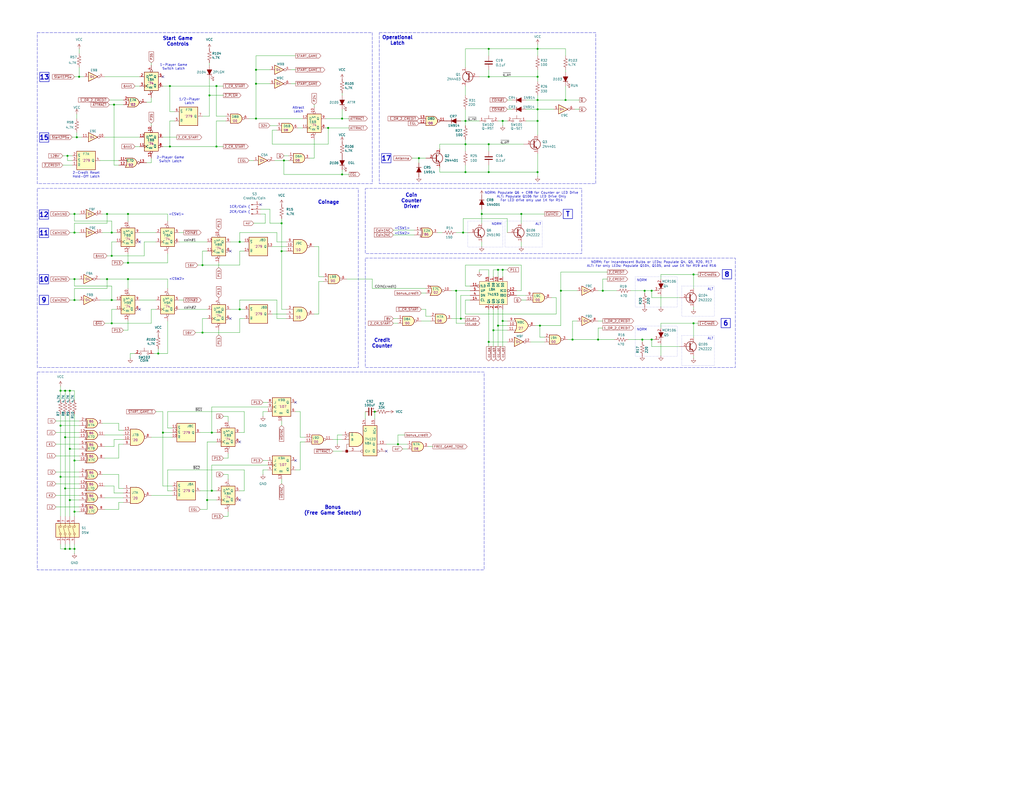
<source format=kicad_sch>
(kicad_sch (version 20250114) (generator "eeschema") (generator_version "9.0")
  (paper "C")
  (title_block (title "Retro Breakout") (date "2025-11-05") (rev "4722-101-A") (company "ByteMind, Inc.") (comment 1 "P.Bishop"))
  (rectangle (start 255.27 120.65) (end 274.32 134.874) (stroke (width 0) (type dot)))
  (rectangle (start 199.39 102.87) (end 317.5 138.43) (stroke (width 0) (type dash)))
  (rectangle (start 372.11 183.134) (end 389.89 199.644) (stroke (width 0) (type dot)))
  (rectangle (start 346.71 178.054) (end 369.57 194.564) (stroke (width 0) (type dot)))
  (rectangle (start 207.01 17.78) (end 325.12 100.33) (stroke (width 0) (type dash)))
  (rectangle (start 275.59 120.65) (end 295.91 134.874) (stroke (width 0) (type dot)))
  (rectangle (start 346.71 151.13) (end 369.57 167.64) (stroke (width 0) (type dot)))
  (rectangle (start 20.32 102.87) (end 195.58 200.66) (stroke (width 0) (type dash)))
  (rectangle (start 20.32 17.78) (end 203.2 100.33) (stroke (width 0) (type dash)))
  (rectangle (start 372.11 156.21) (end 389.89 172.72) (stroke (width 0) (type dot)))
  (rectangle (start 20.32 203.2) (end 264.16 311.15) (stroke (width 0) (type dash)))
  (rectangle (start 199.39 140.97) (end 401.32 200.66) (stroke (width 0) (type dash)))
  (text "1CR/Coin (" (at 130.81 113.03 0) (effects (font (size 1.27 1.27))))
  (text "ALT" (at 386.08 157.226 0) (effects (font (size 1.27 1.27)) (justify left top)))
  (text "<CSW2>" (at 219.456 127.508 0) (effects (font (size 1.27 1.27))))
  (text "2-Credit Reset\nHold-Off Latch" (at 46.99 95.504 0) (effects (font (size 1.27 1.27))))
  (text "Bonus\n(Free Game Selector)" (at 181.61 278.638 0) (effects (font (size 1.905 1.905) (thickness 0.381) (bold yes))))
  (text "2-Player Game\nSwitch Latch" (at 92.964 87.122 0) (effects (font (size 1.27 1.27))))
  (text "NORM" (at 268.224 121.666 0) (effects (font (size 1.27 1.27)) (justify left top)))
  (text "NORM: For Incandescent Bulbs or LEDs: Populate Q4, Q5, R20, R17\nALT: For only LEDs: Populate Q104, Q105, and use 1K for R19 and R16" (at 355.6 144.272 0) (effects (font (size 1.27 1.27))))
  (text "1/2-Player\nLatch" (at 103.378 55.372 0) (effects (font (size 1.27 1.27))))
  (text "Credit\nCounter" (at 208.534 187.452 0) (effects (font (size 1.905 1.905) (thickness 0.381) (bold yes))))
  (text "<CSW2>" (at 96.52 152.4 0) (effects (font (size 1.27 1.27))))
  (text "Coinage" (at 179.324 110.49 0) (effects (font (size 1.905 1.905) (thickness 0.381) (bold yes))))
  (text "ALT" (at 292.1 121.666 0) (effects (font (size 1.27 1.27)) (justify left top)))
  (text "Coin\nCounter\nDriver" (at 224.536 109.728 0) (effects (font (size 1.905 1.905) (thickness 0.381) (bold yes))))
  (text "1-Player Game\nSwitch Latch" (at 94.742 36.576 0) (effects (font (size 1.27 1.27))))
  (text "Attract\nLatch" (at 162.814 59.944 0) (effects (font (size 1.27 1.27) (thickness 0.1588))))
  (text "Start Game\nControls" (at 97.028 22.606 0) (effects (font (size 1.905 1.905) (thickness 0.381) (bold yes))))
  (text "2CR/Coin (" (at 130.81 115.824 0) (effects (font (size 1.27 1.27))))
  (text "ALT" (at 386.08 184.15 0) (effects (font (size 1.27 1.27)) (justify left top)))
  (text "Operational\nLatch" (at 216.916 22.098 0) (effects (font (size 1.905 1.905) (thickness 0.381) (bold yes))))
  (text "<CSW1>" (at 96.266 117.094 0) (effects (font (size 1.27 1.27))))
  (text "NORM" (at 347.472 179.324 0) (effects (font (size 1.27 1.27)) (justify left top)))
  (text "<CSW1>" (at 219.456 124.714 0) (effects (font (size 1.27 1.27))))
  (text "NORM: Populate Q6 + CR8 for Counter or LED Drive\nALT: Populate Q106 for LED Drive Only\nFor LED drive only use 1K for R14" (at 290.068 107.442 0) (effects (font (size 1.27 1.27))))
  (text "NORM" (at 347.472 152.4 0) (effects (font (size 1.27 1.27)) (justify left top)))
  (text_box "9" (at 21.4378 161.2489 0) (size 5.08 5.08) (margins 0.9525 0.9525 0.9525 0.9525) (stroke (width 0.254)) (effects (font (size 2.54 2.54) (thickness 0.508) (bold yes))))
  (text_box "17" (at 208.28 83.82 0) (size 5.08 5.08) (margins 0.9525 0.9525 0.9525 0.9525) (stroke (width 0.254)) (effects (font (size 2.54 2.54) (thickness 0.508) (bold yes))))
  (text_box "15" (at 21.5435 72.5286 0) (size 5.08 5.08) (margins 0.9525 0.9525 0.9525 0.9525) (stroke (width 0.254)) (effects (font (size 2.54 2.54) (thickness 0.508) (bold yes))))
  (text_box "8" (at 394.1657 147.2163 0) (size 5.08 5.08) (margins 0.9525 0.9525 0.9525 0.9525) (stroke (width 0.254)) (effects (font (size 2.54 2.54) (thickness 0.508) (bold yes))))
  (text_box "12" (at 21.4323 114.596 0) (size 5.08 5.08) (margins 0.9525 0.9525 0.9525 0.9525) (stroke (width 0.254)) (effects (font (size 2.54 2.54) (thickness 0.508) (bold yes))))
  (text_box "6" (at 393.5066 173.8775 0) (size 5.08 5.08) (margins 0.9525 0.9525 0.9525 0.9525) (stroke (width 0.254)) (effects (font (size 2.54 2.54) (thickness 0.508) (bold yes))))
  (text_box "T" (at 307.34 114.3 0) (size 5.08 5.08) (margins 0.9525 0.9525 0.9525 0.9525) (stroke (width 0.254)) (effects (font (size 2.54 2.54) (thickness 0.508) (bold yes))))
  (text_box "13" (at 21.6902 39.5009 0) (size 5.08 5.08) (margins 0.9525 0.9525 0.9525 0.9525) (stroke (width 0.254)) (effects (font (size 2.54 2.54) (thickness 0.508) (bold yes))))
  (text_box "10" (at 21.4566 149.9339 0) (size 5.08 5.08) (margins 0.9525 0.9525 0.9525 0.9525) (stroke (width 0.254)) (effects (font (size 2.54 2.54) (thickness 0.508) (bold yes))))
  (text_box "11" (at 21.433 124.6303 0) (size 5.08 5.08) (margins 0.9525 0.9525 0.9525 0.9525) (stroke (width 0.254)) (effects (font (size 2.54 2.54) (thickness 0.508) (bold yes))))
  (junction (at 69.85 143.51))
  (junction (at 130.81 168.91))
  (junction (at 274.32 175.26))
  (junction (at 274.32 147.32))
  (junction (at 40.64 251.46))
  (junction (at 266.7 26.67))
  (junction (at 293.37 66.04))
  (junction (at 69.85 116.84))
  (junction (at 266.7 93.98))
  (junction (at 186.69 95.25))
  (junction (at 378.46 176.53))
  (junction (at 153.67 121.92))
  (junction (at 179.07 69.85))
  (junction (at 294.64 177.8))
  (junction (at 130.81 132.08))
  (junction (at 69.85 152.4))
  (junction (at 110.49 181.61))
  (junction (at 355.6 185.42))
  (junction (at 60.96 176.53))
  (junction (at 293.37 93.98))
  (junction (at 271.78 147.32))
  (junction (at 154.94 87.63))
  (junction (at 293.37 54.61))
  (junction (at 118.11 46.99))
  (junction (at 38.1 245.11))
  (junction (at 92.71 46.99))
  (junction (at 266.7 78.74))
  (junction (at 139.7 64.77))
  (junction (at 351.79 158.75))
  (junction (at 41.91 74.93))
  (junction (at 43.18 41.91))
  (junction (at 284.48 116.84))
  (junction (at 118.11 80.01))
  (junction (at 38.1 299.72))
  (junction (at 58.42 152.4))
  (junction (at 355.6 158.75))
  (junction (at 312.42 185.42))
  (junction (at 40.64 163.83))
  (junction (at 35.56 266.7))
  (junction (at 35.56 299.72))
  (junction (at 35.56 213.36))
  (junction (at 60.96 127))
  (junction (at 204.47 224.79))
  (junction (at 186.69 64.77))
  (junction (at 254 66.04))
  (junction (at 38.1 273.05))
  (junction (at 36.83 85.09))
  (junction (at 254 78.74))
  (junction (at 60.96 163.83))
  (junction (at 35.56 238.76))
  (junction (at 33.02 260.35))
  (junction (at 58.42 116.84))
  (junction (at 228.6 86.36))
  (junction (at 266.7 41.91))
  (junction (at 271.78 177.8))
  (junction (at 33.02 232.41))
  (junction (at 293.37 41.91))
  (junction (at 40.64 299.72))
  (junction (at 217.17 242.57))
  (junction (at 113.03 273.05))
  (junction (at 308.61 54.61))
  (junction (at 254 93.98))
  (junction (at 306.07 158.75))
  (junction (at 38.1 213.36))
  (junction (at 293.37 26.67))
  (junction (at 252.73 127))
  (junction (at 274.32 66.04))
  (junction (at 248.92 158.75))
  (junction (at 326.39 185.42))
  (junction (at 110.49 144.78))
  (junction (at 115.57 236.22))
  (junction (at 115.57 267.97))
  (junction (at 88.9 236.22))
  (junction (at 153.67 137.16))
  (junction (at 139.7 38.1))
  (junction (at 293.37 59.69))
  (junction (at 62.23 57.15))
  (junction (at 33.02 213.36))
  (junction (at 86.36 193.04))
  (junction (at 92.71 80.01))
  (junction (at 40.64 127))
  (junction (at 40.64 116.84))
  (junction (at 266.7 186.69))
  (junction (at 139.7 45.72))
  (junction (at 378.46 149.86))
  (junction (at 40.64 152.4))
  (junction (at 262.89 116.84))
  (junction (at 251.46 173.99))
  (junction (at 328.93 158.75))
  (junction (at 40.64 279.4))
  (junction (at 114.3 52.07))
  (junction (at 350.52 185.42))
  (junction (at 269.24 180.34))
  (junction (at 60.96 139.7))
  (no_connect (at 76.2 168.91))
  (no_connect (at 76.2 132.08))
  (no_connect (at 125.73 173.99))
  (no_connect (at 88.9 41.91))
  (no_connect (at 142.24 111.76))
  (no_connect (at 130.81 273.05))
  (no_connect (at 125.73 137.16))
  (no_connect (at 130.81 241.3))
  (no_connect (at 161.29 219.71))
  (no_connect (at 161.29 251.46))
  (no_connect (at 210.82 246.38))
  (wire (pts (xy 139.7 45.72) (xy 139.7 64.77)))
  (wire (pts (xy 276.86 180.34) (xy 269.24 180.34)))
  (wire (pts (xy 184.15 237.49) (xy 184.15 242.57)))
  (wire (pts (xy 254 78.74) (xy 266.7 78.74)))
  (wire (pts (xy 186.69 59.69) (xy 186.69 64.77)))
  (wire (pts (xy 57.15 278.13) (xy 64.77 278.13)))
  (wire (pts (xy 293.37 24.13) (xy 293.37 26.67)))
  (wire (pts (xy 143.51 224.79) (xy 143.51 227.33)))
  (wire (pts (xy 40.64 116.84) (xy 43.18 116.84)))
  (wire (pts (xy 179.07 69.85) (xy 190.5 69.85)))
  (wire (pts (xy 151.13 132.08) (xy 156.21 132.08)))
  (wire (pts (xy 58.42 121.92) (xy 58.42 116.84)))
  (wire (pts (xy 203.2 157.48) (xy 203.2 152.4)))
  (wire (pts (xy 124.46 259.08) (xy 121.92 259.08)))
  (wire (pts (xy 173.99 134.62) (xy 173.99 151.13)))
  (wire (pts (xy 67.31 143.51) (xy 69.85 143.51)))
  (wire (pts (xy 92.71 46.99) (xy 92.71 60.96)))
  (wire (pts (xy 284.48 158.75) (xy 281.94 158.75)))
  (wire (pts (xy 69.85 116.84) (xy 58.42 116.84)))
  (wire (pts (xy 86.36 193.04) (xy 91.44 193.04)))
  (wire (pts (xy 100.33 163.83) (xy 97.79 163.83)))
  (wire (pts (xy 118.11 63.5) (xy 118.11 46.99)))
  (wire (pts (xy 34.29 90.17) (xy 39.37 90.17)))
  (wire (pts (xy 73.66 46.99) (xy 76.2 46.99)))
  (wire (pts (xy 40.64 226.06) (xy 40.64 251.46)))
  (wire (pts (xy 309.88 185.42) (xy 312.42 185.42)))
  (wire (pts (xy 171.45 57.15) (xy 171.45 58.42)))
  (wire (pts (xy 55.88 127) (xy 60.96 127)))
  (wire (pts (xy 146.05 256.54) (xy 143.51 256.54)))
  (wire (pts (xy 39.37 74.93) (xy 41.91 74.93)))
  (wire (pts (xy 284.48 144.78) (xy 284.48 158.75)))
  (wire (pts (xy 217.17 237.49) (xy 217.17 242.57)))
  (wire (pts (xy 86.36 190.5) (xy 86.36 193.04)))
  (wire (pts (xy 60.96 176.53) (xy 82.55 176.53)))
  (wire (pts (xy 276.86 119.38) (xy 252.73 119.38)))
  (wire (pts (xy 33.02 232.41) (xy 33.02 260.35)))
  (wire (pts (xy 294.64 184.15) (xy 294.64 177.8)))
  (wire (pts (xy 306.07 158.75) (xy 306.07 177.8)))
  (wire (pts (xy 173.99 151.13) (xy 176.53 151.13)))
  (wire (pts (xy 168.91 86.36) (xy 171.45 86.36)))
  (wire (pts (xy 287.02 66.04) (xy 293.37 66.04)))
  (wire (pts (xy 355.6 162.56) (xy 355.6 158.75)))
  (wire (pts (xy 266.7 147.32) (xy 261.62 147.32)))
  (wire (pts (xy 254 93.98) (xy 266.7 93.98)))
  (wire (pts (xy 293.37 66.04) (xy 293.37 73.66)))
  (wire (pts (xy 30.48 242.57) (xy 43.18 242.57)))
  (wire (pts (xy 133.35 256.54) (xy 133.35 267.97)))
  (wire (pts (xy 326.39 179.07) (xy 326.39 185.42)))
  (wire (pts (xy 217.17 242.57) (xy 222.25 242.57)))
  (wire (pts (xy 171.45 76.2) (xy 171.45 86.36)))
  (wire (pts (xy 40.64 279.4) (xy 43.18 279.4)))
  (wire (pts (xy 38.1 127) (xy 40.64 127)))
  (wire (pts (xy 254 144.78) (xy 284.48 144.78)))
  (wire (pts (xy 118.11 63.5) (xy 123.19 63.5)))
  (wire (pts (xy 255.27 127) (xy 252.73 127)))
  (wire (pts (xy 154.94 85.09) (xy 157.48 85.09)))
  (wire (pts (xy 62.23 90.17) (xy 62.23 57.15)))
  (wire (pts (xy 274.32 147.32) (xy 274.32 151.13)))
  (wire (pts (xy 62.23 265.43) (xy 62.23 269.24)))
  (wire (pts (xy 143.51 251.46) (xy 146.05 251.46)))
  (wire (pts (xy 148.59 78.74) (xy 179.07 78.74)))
  (wire (pts (xy 34.29 85.09) (xy 36.83 85.09)))
  (wire (pts (xy 80.01 88.9) (xy 82.55 88.9)))
  (wire (pts (xy 254 78.74) (xy 254 82.55)))
  (wire (pts (xy 130.81 144.78) (xy 110.49 144.78)))
  (wire (pts (xy 378.46 168.91) (xy 378.46 167.64)))
  (wire (pts (xy 378.46 176.53) (xy 378.46 184.15)))
  (wire (pts (xy 293.37 59.69) (xy 302.26 59.69)))
  (wire (pts (xy 297.18 184.15) (xy 294.64 184.15)))
  (wire (pts (xy 293.37 93.98) (xy 293.37 83.82)))
  (wire (pts (xy 82.55 270.51) (xy 93.98 270.51)))
  (wire (pts (xy 350.52 185.42) (xy 350.52 186.69)))
  (wire (pts (xy 148.59 71.12) (xy 148.59 78.74)))
  (wire (pts (xy 88.9 224.79) (xy 88.9 236.22)))
  (wire (pts (xy 281.94 161.29) (xy 287.02 161.29)))
  (wire (pts (xy 146.05 224.79) (xy 143.51 224.79)))
  (wire (pts (xy 254 171.45) (xy 303.53 171.45)))
  (wire (pts (xy 240.03 91.44) (xy 240.03 93.98)))
  (wire (pts (xy 69.85 152.4) (xy 58.42 152.4)))
  (wire (pts (xy 219.71 245.11) (xy 222.25 245.11)))
  (wire (pts (xy 38.1 245.11) (xy 38.1 273.05)))
  (wire (pts (xy 306.07 177.8) (xy 294.64 177.8)))
  (wire (pts (xy 269.24 180.34) (xy 269.24 189.23)))
  (wire (pts (xy 115.57 254) (xy 115.57 267.97)))
  (wire (pts (xy 130.81 127) (xy 130.81 132.08)))
  (wire (pts (xy 40.64 116.84) (xy 40.64 120.65)))
  (wire (pts (xy 36.83 85.09) (xy 39.37 85.09)))
  (wire (pts (xy 151.13 127) (xy 130.81 127)))
  (wire (pts (xy 240.03 78.74) (xy 254 78.74)))
  (wire (pts (xy 118.11 46.99) (xy 121.92 46.99)))
  (wire (pts (xy 64.77 278.13) (xy 64.77 274.32)))
  (wire (pts (xy 30.48 270.51) (xy 43.18 270.51)))
  (wire (pts (xy 266.7 38.1) (xy 266.7 41.91)))
  (wire (pts (xy 378.46 195.58) (xy 378.46 194.31)))
  (wire (pts (xy 35.56 297.18) (xy 35.56 299.72)))
  (wire (pts (xy 271.78 66.04) (xy 274.32 66.04)))
  (wire (pts (xy 40.64 41.91) (xy 43.18 41.91)))
  (wire (pts (xy 114.3 63.5) (xy 114.3 52.07)))
  (wire (pts (xy 147.32 68.58) (xy 151.13 68.58)))
  (wire (pts (xy 142.24 114.3) (xy 147.32 114.3)))
  (wire (pts (xy 133.35 224.79) (xy 133.35 236.22)))
  (wire (pts (xy 82.55 55.88) (xy 82.55 53.34)))
  (wire (pts (xy 316.23 59.69) (xy 313.69 59.69)))
  (wire (pts (xy 312.42 175.26) (xy 314.96 175.26)))
  (wire (pts (xy 163.83 256.54) (xy 163.83 241.3)))
  (wire (pts (xy 69.85 180.34) (xy 69.85 175.26)))
  (wire (pts (xy 232.41 168.91) (xy 229.87 168.91)))
  (wire (pts (xy 271.78 177.8) (xy 271.78 189.23)))
  (wire (pts (xy 38.1 213.36) (xy 38.1 218.44)))
  (wire (pts (xy 88.9 80.01) (xy 92.71 80.01)))
  (wire (pts (xy 124.46 250.19) (xy 124.46 247.65)))
  (wire (pts (xy 40.64 213.36) (xy 38.1 213.36)))
  (wire (pts (xy 271.78 177.8) (xy 271.78 168.91)))
  (wire (pts (xy 35.56 299.72) (xy 38.1 299.72)))
  (wire (pts (xy 58.42 152.4) (xy 54.61 152.4)))
  (wire (pts (xy 130.81 181.61) (xy 110.49 181.61)))
  (wire (pts (xy 43.18 245.11) (xy 38.1 245.11)))
  (wire (pts (xy 110.49 137.16) (xy 113.03 137.16)))
  (wire (pts (xy 351.79 158.75) (xy 351.79 160.02)))
  (wire (pts (xy 151.13 71.12) (xy 148.59 71.12)))
  (wire (pts (xy 246.38 158.75) (xy 248.92 158.75)))
  (wire (pts (xy 146.05 222.25) (xy 115.57 222.25)))
  (wire (pts (xy 35.56 226.06) (xy 35.56 238.76)))
  (wire (pts (xy 57.15 176.53) (xy 60.96 176.53)))
  (wire (pts (xy 43.18 26.67) (xy 43.18 29.21)))
  (wire (pts (xy 153.67 168.91) (xy 153.67 137.16)))
  (wire (pts (xy 123.19 66.04) (xy 118.11 66.04)))
  (wire (pts (xy 38.1 163.83) (xy 40.64 163.83)))
  (wire (pts (xy 293.37 52.07) (xy 293.37 54.61)))
  (wire (pts (xy 274.32 147.32) (xy 276.86 147.32)))
  (wire (pts (xy 232.41 172.72) (xy 232.41 168.91)))
  (wire (pts (xy 262.89 134.62) (xy 262.89 132.08)))
  (wire (pts (xy 62.23 240.03) (xy 62.23 243.84)))
  (wire (pts (xy 125.73 132.08) (xy 130.81 132.08)))
  (wire (pts (xy 229.87 175.26) (xy 234.95 175.26)))
  (wire (pts (xy 82.55 88.9) (xy 82.55 86.36)))
  (wire (pts (xy 186.69 92.71) (xy 186.69 95.25)))
  (wire (pts (xy 246.38 173.99) (xy 251.46 173.99)))
  (wire (pts (xy 60.96 163.83) (xy 63.5 163.83)))
  (wire (pts (xy 62.23 269.24) (xy 67.31 269.24)))
  (wire (pts (xy 166.37 238.76) (xy 163.83 238.76)))
  (wire (pts (xy 130.81 163.83) (xy 130.81 168.91)))
  (wire (pts (xy 40.64 152.4) (xy 43.18 152.4)))
  (wire (pts (xy 124.46 261.62) (xy 124.46 259.08)))
  (wire (pts (xy 91.44 224.79) (xy 133.35 224.79)))
  (wire (pts (xy 35.56 213.36) (xy 35.56 218.44)))
  (wire (pts (xy 370.84 162.56) (xy 355.6 162.56)))
  (wire (pts (xy 342.9 185.42) (xy 350.52 185.42)))
  (wire (pts (xy 173.99 171.45) (xy 173.99 153.67)))
  (wire (pts (xy 92.71 60.96) (xy 95.25 60.96)))
  (wire (pts (xy 293.37 54.61) (xy 293.37 59.69)))
  (wire (pts (xy 38.1 299.72) (xy 40.64 299.72)))
  (wire (pts (xy 293.37 41.91) (xy 293.37 44.45)))
  (wire (pts (xy 336.55 158.75) (xy 328.93 158.75)))
  (wire (pts (xy 139.7 38.1) (xy 139.7 45.72)))
  (wire (pts (xy 287.02 54.61) (xy 293.37 54.61)))
  (wire (pts (xy 266.7 78.74) (xy 285.75 78.74)))
  (wire (pts (xy 163.83 224.79) (xy 161.29 224.79)))
  (wire (pts (xy 110.49 173.99) (xy 113.03 173.99)))
  (wire (pts (xy 59.69 57.15) (xy 62.23 57.15)))
  (wire (pts (xy 57.15 74.93) (xy 76.2 74.93)))
  (wire (pts (xy 88.9 265.43) (xy 88.9 236.22)))
  (wire (pts (xy 279.4 59.69) (xy 276.86 59.69)))
  (wire (pts (xy 71.12 193.04) (xy 71.12 195.58)))
  (wire (pts (xy 58.42 139.7) (xy 60.96 139.7)))
  (wire (pts (xy 33.02 281.94) (xy 33.02 260.35)))
  (wire (pts (xy 284.48 116.84) (xy 284.48 121.92)))
  (wire (pts (xy 106.68 181.61) (xy 110.49 181.61)))
  (wire (pts (xy 360.68 149.86) (xy 378.46 149.86)))
  (wire (pts (xy 153.67 137.16) (xy 156.21 137.16)))
  (wire (pts (xy 38.1 116.84) (xy 40.64 116.84)))
  (wire (pts (xy 60.96 127) (xy 63.5 127)))
  (wire (pts (xy 60.96 132.08) (xy 63.5 132.08)))
  (wire (pts (xy 306.07 148.59) (xy 306.07 158.75)))
  (wire (pts (xy 38.1 297.18) (xy 38.1 299.72)))
  (wire (pts (xy 60.96 120.65) (xy 60.96 127)))
  (wire (pts (xy 83.82 193.04) (xy 86.36 193.04)))
  (wire (pts (xy 256.54 163.83) (xy 254 163.83)))
  (wire (pts (xy 355.6 189.23) (xy 370.84 189.23)))
  (wire (pts (xy 35.56 238.76) (xy 35.56 266.7)))
  (wire (pts (xy 40.64 163.83) (xy 40.64 157.48)))
  (wire (pts (xy 91.44 116.84) (xy 69.85 116.84)))
  (wire (pts (xy 88.9 236.22) (xy 93.98 236.22)))
  (wire (pts (xy 35.56 266.7) (xy 43.18 266.7)))
  (wire (pts (xy 91.44 143.51) (xy 69.85 143.51)))
  (wire (pts (xy 254 76.2) (xy 254 78.74)))
  (wire (pts (xy 124.46 227.33) (xy 121.92 227.33)))
  (wire (pts (xy 60.96 156.21) (xy 60.96 163.83)))
  (wire (pts (xy 64.77 242.57) (xy 67.31 242.57)))
  (wire (pts (xy 143.51 219.71) (xy 146.05 219.71)))
  (wire (pts (xy 204.47 224.79) (xy 204.47 228.6)))
  (wire (pts (xy 133.35 173.99) (xy 130.81 173.99)))
  (wire (pts (xy 85.09 132.08) (xy 78.74 132.08)))
  (wire (pts (xy 43.18 251.46) (xy 40.64 251.46)))
  (wire (pts (xy 33.02 226.06) (xy 33.02 232.41)))
  (wire (pts (xy 151.13 163.83) (xy 130.81 163.83)))
  (wire (pts (xy 40.64 157.48) (xy 58.42 157.48)))
  (wire (pts (xy 73.66 193.04) (xy 71.12 193.04)))
  (wire (pts (xy 254 66.04) (xy 254 68.58)))
  (wire (pts (xy 80.01 55.88) (xy 82.55 55.88)))
  (wire (pts (xy 251.46 173.99) (xy 251.46 161.29)))
  (wire (pts (xy 326.39 158.75) (xy 328.93 158.75)))
  (wire (pts (xy 234.95 172.72) (xy 232.41 172.72)))
  (wire (pts (xy 114.3 43.18) (xy 114.3 52.07)))
  (wire (pts (xy 82.55 34.29) (xy 82.55 35.56)))
  (wire (pts (xy 30.48 276.86) (xy 43.18 276.86)))
  (wire (pts (xy 135.89 87.63) (xy 138.43 87.63)))
  (wire (pts (xy 69.85 138.43) (xy 69.85 143.51)))
  (wire (pts (xy 64.77 274.32) (xy 67.31 274.32)))
  (wire (pts (xy 57.15 237.49) (xy 67.31 237.49)))
  (wire (pts (xy 91.44 152.4) (xy 69.85 152.4)))
  (wire (pts (xy 186.69 95.25) (xy 154.94 95.25)))
  (wire (pts (xy 41.91 74.93) (xy 44.45 74.93)))
  (wire (pts (xy 154.94 95.25) (xy 154.94 87.63)))
  (wire (pts (xy 312.42 175.26) (xy 312.42 185.42)))
  (wire (pts (xy 113.03 273.05) (xy 113.03 278.13)))
  (wire (pts (xy 284.48 116.84) (xy 297.18 116.84)))
  (wire (pts (xy 30.48 257.81) (xy 43.18 257.81)))
  (wire (pts (xy 308.61 38.1) (xy 308.61 39.37)))
  (wire (pts (xy 40.64 299.72) (xy 40.64 302.26)))
  (wire (pts (xy 248.92 158.75) (xy 256.54 158.75)))
  (wire (pts (xy 38.1 273.05) (xy 43.18 273.05)))
  (wire (pts (xy 57.15 243.84) (xy 62.23 243.84)))
  (wire (pts (xy 64.77 259.08) (xy 55.88 259.08)))
  (wire (pts (xy 30.48 264.16) (xy 43.18 264.16)))
  (wire (pts (xy 130.81 132.08) (xy 133.35 132.08)))
  (wire (pts (xy 262.89 114.3) (xy 262.89 116.84)))
  (wire (pts (xy 161.29 38.1) (xy 158.75 38.1)))
  (wire (pts (xy 266.7 78.74) (xy 266.7 82.55)))
  (wire (pts (xy 97.79 168.91) (xy 113.03 168.91)))
  (wire (pts (xy 254 176.53) (xy 248.92 176.53)))
  (wire (pts (xy 124.46 281.94) (xy 124.46 279.4)))
  (wire (pts (xy 60.96 176.53) (xy 60.96 168.91)))
  (wire (pts (xy 214.63 125.73) (xy 226.06 125.73)))
  (wire (pts (xy 276.86 175.26) (xy 274.32 175.26)))
  (wire (pts (xy 262.89 116.84) (xy 262.89 121.92)))
  (wire (pts (xy 355.6 185.42) (xy 356.87 185.42)))
  (wire (pts (xy 64.77 266.7) (xy 64.77 259.08)))
  (wire (pts (xy 254 26.67) (xy 254 36.83)))
  (wire (pts (xy 266.7 26.67) (xy 293.37 26.67)))
  (wire (pts (xy 162.56 69.85) (xy 165.1 69.85)))
  (wire (pts (xy 240.03 93.98) (xy 254 93.98)))
  (wire (pts (xy 360.68 176.53) (xy 360.68 179.07)))
  (wire (pts (xy 220.98 237.49) (xy 217.17 237.49)))
  (wire (pts (xy 266.7 186.69) (xy 266.7 189.23)))
  (wire (pts (xy 67.31 266.7) (xy 64.77 266.7)))
  (wire (pts (xy 171.45 134.62) (xy 173.99 134.62)))
  (wire (pts (xy 35.56 213.36) (xy 33.02 213.36)))
  (wire (pts (xy 91.44 138.43) (xy 91.44 143.51)))
  (wire (pts (xy 161.29 256.54) (xy 163.83 256.54)))
  (wire (pts (xy 40.64 213.36) (xy 40.64 218.44)))
  (wire (pts (xy 133.35 267.97) (xy 130.81 267.97)))
  (wire (pts (xy 39.37 87.63) (xy 36.83 87.63)))
  (wire (pts (xy 156.21 168.91) (xy 153.67 168.91)))
  (wire (pts (xy 38.1 226.06) (xy 38.1 245.11)))
  (wire (pts (xy 40.64 297.18) (xy 40.64 299.72)))
  (wire (pts (xy 251.46 173.99) (xy 254 173.99)))
  (wire (pts (xy 269.24 147.32) (xy 271.78 147.32)))
  (wire (pts (xy 228.6 86.36) (xy 228.6 88.9)))
  (wire (pts (xy 269.24 180.34) (xy 269.24 168.91)))
  (wire (pts (xy 130.81 173.99) (xy 130.81 181.61)))
  (wire (pts (xy 254 26.67) (xy 266.7 26.67)))
  (wire (pts (xy 276.86 177.8) (xy 271.78 177.8)))
  (wire (pts (xy 279.4 54.61) (xy 276.86 54.61)))
  (wire (pts (xy 60.96 139.7) (xy 60.96 132.08)))
  (wire (pts (xy 133.35 137.16) (xy 130.81 137.16)))
  (wire (pts (xy 33.02 213.36) (xy 33.02 218.44)))
  (wire (pts (xy 161.29 45.72) (xy 158.75 45.72)))
  (wire (pts (xy 328.93 152.4) (xy 331.47 152.4)))
  (wire (pts (xy 210.82 242.57) (xy 217.17 242.57)))
  (wire (pts (xy 40.64 121.92) (xy 58.42 121.92)))
  (wire (pts (xy 30.48 248.92) (xy 43.18 248.92)))
  (wire (pts (xy 153.67 232.41) (xy 153.67 229.87)))
  (wire (pts (xy 35.56 266.7) (xy 35.56 281.94)))
  (wire (pts (xy 139.7 45.72) (xy 147.32 45.72)))
  (wire (pts (xy 186.69 64.77) (xy 190.5 64.77)))
  (wire (pts (xy 161.29 30.48) (xy 139.7 30.48)))
  (wire (pts (xy 266.7 186.69) (xy 266.7 168.91)))
  (wire (pts (xy 69.85 152.4) (xy 69.85 157.48)))
  (wire (pts (xy 109.22 267.97) (xy 115.57 267.97)))
  (wire (pts (xy 312.42 185.42) (xy 326.39 185.42)))
  (wire (pts (xy 241.3 127) (xy 238.76 127)))
  (wire (pts (xy 85.09 224.79) (xy 88.9 224.79)))
  (wire (pts (xy 186.69 237.49) (xy 184.15 237.49)))
  (wire (pts (xy 57.15 41.91) (xy 76.2 41.91)))
  (wire (pts (xy 124.46 229.87) (xy 124.46 227.33)))
  (wire (pts (xy 67.31 234.95) (xy 64.77 234.95)))
  (wire (pts (xy 93.98 233.68) (xy 91.44 233.68)))
  (wire (pts (xy 59.69 54.61) (xy 67.31 54.61)))
  (wire (pts (xy 135.89 64.77) (xy 139.7 64.77)))
  (wire (pts (xy 153.67 264.16) (xy 153.67 261.62)))
  (wire (pts (xy 115.57 222.25) (xy 115.57 236.22)))
  (wire (pts (xy 67.31 180.34) (xy 69.85 180.34)))
  (wire (pts (xy 110.49 144.78) (xy 110.49 137.16)))
  (wire (pts (xy 326.39 185.42) (xy 335.28 185.42)))
  (wire (pts (xy 254 90.17) (xy 254 93.98)))
  (wire (pts (xy 113.03 241.3) (xy 113.03 273.05)))
  (wire (pts (xy 360.68 187.96) (xy 360.68 194.31)))
  (wire (pts (xy 360.68 176.53) (xy 378.46 176.53)))
  (wire (pts (xy 274.32 175.26) (xy 274.32 168.91)))
  (wire (pts (xy 85.09 168.91) (xy 82.55 168.91)))
  (wire (pts (xy 125.73 168.91) (xy 130.81 168.91)))
  (wire (pts (xy 189.23 152.4) (xy 203.2 152.4)))
  (wire (pts (xy 199.39 224.79) (xy 199.39 228.6)))
  (wire (pts (xy 33.02 297.18) (xy 33.02 299.72)))
  (wire (pts (xy 308.61 46.99) (xy 308.61 54.61)))
  (wire (pts (xy 30.48 236.22) (xy 43.18 236.22)))
  (wire (pts (xy 236.22 243.84) (xy 233.68 243.84)))
  (wire (pts (xy 262.89 116.84) (xy 284.48 116.84)))
  (wire (pts (xy 171.45 171.45) (xy 173.99 171.45)))
  (wire (pts (xy 110.49 181.61) (xy 110.49 173.99)))
  (wire (pts (xy 130.81 137.16) (xy 130.81 144.78)))
  (wire (pts (xy 109.22 278.13) (xy 113.03 278.13)))
  (wire (pts (xy 91.44 233.68) (xy 91.44 224.79)))
  (wire (pts (xy 378.46 149.86) (xy 378.46 157.48)))
  (wire (pts (xy 40.64 120.65) (xy 60.96 120.65)))
  (wire (pts (xy 64.77 234.95) (xy 64.77 231.14)))
  (wire (pts (xy 186.69 50.8) (xy 186.69 52.07)))
  (wire (pts (xy 82.55 67.31) (xy 82.55 68.58)))
  (wire (pts (xy 266.7 93.98) (xy 293.37 93.98)))
  (wire (pts (xy 38.1 281.94) (xy 38.1 273.05)))
  (wire (pts (xy 109.22 236.22) (xy 115.57 236.22)))
  (wire (pts (xy 254 46.99) (xy 254 52.07)))
  (wire (pts (xy 38.1 213.36) (xy 35.56 213.36)))
  (wire (pts (xy 303.53 162.56) (xy 300.99 162.56)))
  (wire (pts (xy 121.92 250.19) (xy 124.46 250.19)))
  (wire (pts (xy 214.63 176.53) (xy 217.17 176.53)))
  (wire (pts (xy 110.49 63.5) (xy 114.3 63.5)))
  (wire (pts (xy 93.98 267.97) (xy 91.44 267.97)))
  (wire (pts (xy 252.73 119.38) (xy 252.73 127)))
  (wire (pts (xy 146.05 254) (xy 115.57 254)))
  (wire (pts (xy 266.7 41.91) (xy 293.37 41.91)))
  (wire (pts (xy 115.57 236.22) (xy 118.11 236.22)))
  (wire (pts (xy 118.11 66.04) (xy 118.11 80.01)))
  (wire (pts (xy 293.37 54.61) (xy 308.61 54.61)))
  (wire (pts (xy 177.8 64.77) (xy 186.69 64.77)))
  (wire (pts (xy 266.7 151.13) (xy 266.7 147.32)))
  (wire (pts (xy 163.83 241.3) (xy 166.37 241.3)))
  (wire (pts (xy 82.55 168.91) (xy 82.55 176.53)))
  (wire (pts (xy 274.32 175.26) (xy 274.32 189.23)))
  (wire (pts (xy 254 163.83) (xy 254 171.45)))
  (wire (pts (xy 40.64 127) (xy 43.18 127)))
  (wire (pts (xy 43.18 232.41) (xy 33.02 232.41)))
  (wire (pts (xy 293.37 26.67) (xy 293.37 30.48)))
  (wire (pts (xy 254 156.21) (xy 254 144.78)))
  (wire (pts (xy 256.54 156.21) (xy 254 156.21)))
  (wire (pts (xy 360.68 152.4) (xy 360.68 149.86)))
  (wire (pts (xy 38.1 152.4) (xy 40.64 152.4)))
  (wire (pts (xy 148.59 134.62) (xy 156.21 134.62)))
  (wire (pts (xy 355.6 158.75) (xy 356.87 158.75)))
  (wire (pts (xy 284.48 163.83) (xy 287.02 163.83)))
  (wire (pts (xy 360.68 161.29) (xy 360.68 167.64)))
  (wire (pts (xy 224.79 86.36) (xy 228.6 86.36)))
  (wire (pts (xy 88.9 46.99) (xy 92.71 46.99)))
  (wire (pts (xy 378.46 149.86) (xy 381 149.86)))
  (wire (pts (xy 248.92 176.53) (xy 248.92 158.75)))
  (wire (pts (xy 58.42 157.48) (xy 58.42 152.4)))
  (wire (pts (xy 118.11 46.99) (xy 92.71 46.99)))
  (wire (pts (xy 381 176.53) (xy 378.46 176.53)))
  (wire (pts (xy 271.78 147.32) (xy 274.32 147.32)))
  (wire (pts (xy 119.38 182.88) (xy 119.38 180.34)))
  (wire (pts (xy 252.73 127) (xy 248.92 127)))
  (wire (pts (xy 261.62 147.32) (xy 261.62 148.59)))
  (wire (pts (xy 251.46 66.04) (xy 254 66.04)))
  (wire (pts (xy 54.61 87.63) (xy 64.77 87.63)))
  (wire (pts (xy 130.81 168.91) (xy 133.35 168.91)))
  (wire (pts (xy 328.93 179.07) (xy 326.39 179.07)))
  (wire (pts (xy 181.61 240.03) (xy 186.69 240.03)))
  (wire (pts (xy 293.37 96.52) (xy 293.37 93.98)))
  (wire (pts (xy 331.47 148.59) (xy 306.07 148.59)))
  (wire (pts (xy 274.32 66.04) (xy 276.86 66.04)))
  (wire (pts (xy 143.51 256.54) (xy 143.51 259.08)))
  (wire (pts (xy 274.32 68.58) (xy 274.32 66.04)))
  (wire (pts (xy 97.79 132.08) (xy 113.03 132.08)))
  (wire (pts (xy 149.86 87.63) (xy 154.94 87.63)))
  (wire (pts (xy 113.03 273.05) (xy 118.11 273.05)))
  (wire (pts (xy 33.02 213.36) (xy 33.02 210.82)))
  (wire (pts (xy 147.32 121.92) (xy 153.67 121.92)))
  (wire (pts (xy 284.48 134.62) (xy 284.48 132.08)))
  (wire (pts (xy 118.11 80.01) (xy 121.92 80.01)))
  (wire (pts (xy 228.6 86.36) (xy 232.41 86.36)))
  (wire (pts (xy 91.44 157.48) (xy 91.44 152.4)))
  (wire (pts (xy 43.18 41.91) (xy 45.72 41.91)))
  (wire (pts (xy 92.71 66.04) (xy 95.25 66.04)))
  (wire (pts (xy 55.88 231.14) (xy 64.77 231.14)))
  (wire (pts (xy 154.94 87.63) (xy 157.48 87.63)))
  (wire (pts (xy 78.74 132.08) (xy 78.74 139.7)))
  (wire (pts (xy 266.7 90.17) (xy 266.7 93.98)))
  (wire (pts (xy 139.7 30.48) (xy 139.7 38.1)))
  (wire (pts (xy 147.32 114.3) (xy 147.32 121.92)))
  (wire (pts (xy 62.23 57.15) (xy 67.31 57.15)))
  (wire (pts (xy 308.61 26.67) (xy 308.61 30.48)))
  (wire (pts (xy 229.87 160.02) (xy 232.41 160.02)))
  (wire (pts (xy 287.02 59.69) (xy 293.37 59.69)))
  (wire (pts (xy 107.95 144.78) (xy 110.49 144.78)))
  (wire (pts (xy 144.78 121.92) (xy 144.78 116.84)))
  (wire (pts (xy 33.02 299.72) (xy 35.56 299.72)))
  (wire (pts (xy 69.85 120.65) (xy 69.85 116.84)))
  (wire (pts (xy 93.98 265.43) (xy 88.9 265.43)))
  (wire (pts (xy 40.64 152.4) (xy 40.64 156.21)))
  (wire (pts (xy 91.44 256.54) (xy 133.35 256.54)))
  (wire (pts (xy 64.77 250.19) (xy 57.15 250.19)))
  (wire (pts (xy 156.21 173.99) (xy 151.13 173.99)))
  (wire (pts (xy 119.38 146.05) (xy 119.38 143.51)))
  (wire (pts (xy 55.88 116.84) (xy 58.42 116.84)))
  (wire (pts (xy 36.83 85.09) (xy 36.83 87.63)))
  (wire (pts (xy 91.44 120.65) (xy 91.44 116.84)))
  (wire (pts (xy 153.67 119.38) (xy 153.67 121.92)))
  (wire (pts (xy 60.96 168.91) (xy 63.5 168.91)))
  (wire (pts (xy 91.44 267.97) (xy 91.44 256.54)))
  (wire (pts (xy 266.7 26.67) (xy 266.7 30.48)))
  (wire (pts (xy 76.2 127) (xy 85.09 127)))
  (wire (pts (xy 151.13 173.99) (xy 151.13 163.83)))
  (wire (pts (xy 76.2 163.83) (xy 85.09 163.83)))
  (wire (pts (xy 306.07 158.75) (xy 314.96 158.75)))
  (wire (pts (xy 148.59 171.45) (xy 156.21 171.45)))
  (wire (pts (xy 203.2 157.48) (xy 232.41 157.48)))
  (wire (pts (xy 251.46 161.29) (xy 256.54 161.29)))
  (wire (pts (xy 261.62 66.04) (xy 254 66.04)))
  (wire (pts (xy 30.48 229.87) (xy 43.18 229.87)))
  (wire (pts (xy 350.52 185.42) (xy 355.6 185.42)))
  (wire (pts (xy 289.56 186.69) (xy 297.18 186.69)))
  (wire (pts (xy 190.5 95.25) (xy 186.69 95.25)))
  (wire (pts (xy 214.63 173.99) (xy 217.17 173.99)))
  (wire (pts (xy 88.9 74.93) (xy 96.52 74.93)))
  (wire (pts (xy 41.91 62.23) (xy 41.91 64.77)))
  (wire (pts (xy 151.13 132.08) (xy 151.13 127)))
  (wire (pts (xy 293.37 59.69) (xy 293.37 66.04)))
  (wire (pts (xy 121.92 281.94) (xy 124.46 281.94)))
  (wire (pts (xy 173.99 153.67) (xy 176.53 153.67)))
  (wire (pts (xy 40.64 156.21) (xy 60.96 156.21)))
  (wire (pts (xy 276.86 186.69) (xy 266.7 186.69)))
  (wire (pts (xy 344.17 158.75) (xy 351.79 158.75)))
  (wire (pts (xy 139.7 38.1) (xy 147.32 38.1)))
  (wire (pts (xy 269.24 147.32) (xy 269.24 151.13)))
  (wire (pts (xy 240.03 81.28) (xy 240.03 78.74)))
  (wire (pts (xy 303.53 171.45) (xy 303.53 162.56)))
  (wire (pts (xy 100.33 127) (xy 97.79 127)))
  (wire (pts (xy 179.07 69.85) (xy 179.07 78.74)))
  (wire (pts (xy 57.15 265.43) (xy 62.23 265.43)))
  (wire (pts (xy 177.8 69.85) (xy 179.07 69.85)))
  (wire (pts (xy 163.83 238.76) (xy 163.83 224.79)))
  (wire (pts (xy 271.78 147.32) (xy 271.78 151.13)))
  (wire (pts (xy 113.03 241.3) (xy 118.11 241.3)))
  (wire (pts (xy 115.57 267.97) (xy 118.11 267.97)))
  (wire (pts (xy 114.3 52.07) (xy 121.92 52.07)))
  (wire (pts (xy 43.18 36.83) (xy 43.18 41.91)))
  (wire (pts (xy 43.18 238.76) (xy 35.56 238.76)))
  (wire (pts (xy 41.91 72.39) (xy 41.91 74.93)))
  (wire (pts (xy 351.79 158.75) (xy 355.6 158.75)))
  (wire (pts (xy 355.6 189.23) (xy 355.6 185.42)))
  (wire (pts (xy 73.66 80.01) (xy 76.2 80.01)))
  (wire (pts (xy 64.77 90.17) (xy 62.23 90.17)))
  (wire (pts (xy 214.63 128.27) (xy 226.06 128.27)))
  (wire (pts (xy 153.67 121.92) (xy 153.67 137.16)))
  (wire (pts (xy 254 59.69) (xy 254 66.04)))
  (wire (pts (xy 118.11 80.01) (xy 92.71 80.01)))
  (wire (pts (xy 328.93 158.75) (xy 328.93 152.4)))
  (wire (pts (xy 54.61 163.83) (xy 60.96 163.83)))
  (wire (pts (xy 92.71 80.01) (xy 92.71 66.04)))
  (wire (pts (xy 144.78 116.84) (xy 142.24 116.84)))
  (wire (pts (xy 64.77 242.57) (xy 64.77 250.19)))
  (wire (pts (xy 326.39 175.26) (xy 328.93 175.26)))
  (wire (pts (xy 82.55 238.76) (xy 93.98 238.76)))
  (wire (pts (xy 292.1 177.8) (xy 294.64 177.8)))
  (wire (pts (xy 40.64 279.4) (xy 40.64 281.94)))
  (wire (pts (xy 40.64 251.46) (xy 40.64 279.4)))
  (wire (pts (xy 276.86 127) (xy 276.86 119.38)))
  (wire (pts (xy 261.62 41.91) (xy 266.7 41.91)))
  (wire (pts (xy 138.43 121.92) (xy 144.78 121.92)))
  (wire (pts (xy 78.74 139.7) (xy 60.96 139.7)))
  (wire (pts (xy 133.35 236.22) (xy 130.81 236.22)))
  (wire (pts (xy 186.69 246.38) (xy 181.61 246.38)))
  (wire (pts (xy 40.64 127) (xy 40.64 121.92)))
  (wire (pts (xy 57.15 271.78) (xy 67.31 271.78)))
  (wire (pts (xy 114.3 34.29) (xy 114.3 35.56)))
  (wire (pts (xy 308.61 54.61) (xy 316.23 54.61)))
  (wire (pts (xy 91.44 175.26) (xy 91.44 193.04)))
  (wire (pts (xy 33.02 260.35) (xy 43.18 260.35)))
  (wire (pts (xy 308.61 26.67) (xy 293.37 26.67)))
  (wire (pts (xy 40.64 163.83) (xy 43.18 163.83)))
  (wire (pts (xy 62.23 240.03) (xy 67.31 240.03)))
  (wire (pts (xy 293.37 38.1) (xy 293.37 41.91)))
  (wire (pts (xy 139.7 64.77) (xy 165.1 64.77)))
  (label "~{BG1}" (at 110.49 224.79 180))
  (label "COIN(credit)" (at 204.47 157.48 0))
  (label "coin#1" (at 100.33 132.08 0))
  (label "~{q_off}" (at 273.05 78.74 0))
  (label "~{q_on}" (at 274.32 41.91 0))
  (label "~{BG2}" (at 109.22 256.54 180))
  (label "coin#2" (at 100.33 168.91 0) (effects (font (italic yes))))
  (label "~{q_rst}" (at 255.27 66.04 0))
  (global_label "P13" (shape input) (at 119.38 146.05 270) (property "Intersheetrefs" "${INTERSHEET_REFS}" (effects (hide yes))))
  (global_label "2_CREDIT" (shape output) (at 331.47 152.4 0) (property "Intersheetrefs" "${INTERSHEET_REFS}" (effects (hide yes))))
  (global_label "~{1_CR_START}" (shape output) (at 121.92 46.99 0) (property "Intersheetrefs" "${INTERSHEET_REFS}" (effects (hide yes))))
  (global_label "Q" (shape input) (at 284.48 163.83 180) (property "Intersheetrefs" "${INTERSHEET_REFS}" (effects (hide yes))))
  (global_label "~{ATTRACT}" (shape output) (at 190.5 64.77 0) (property "Intersheetrefs" "${INTERSHEET_REFS}" (effects (hide yes))))
  (global_label "64V1" (shape input) (at 58.42 139.7 180) (property "Intersheetrefs" "${INTERSHEET_REFS}" (effects (hide yes))))
  (global_label "K2" (shape input) (at 30.48 270.51 180) (property "Intersheetrefs" "${INTERSHEET_REFS}" (effects (hide yes))))
  (global_label "P13" (shape input) (at 119.38 162.56 90) (property "Intersheetrefs" "${INTERSHEET_REFS}" (effects (hide yes))))
  (global_label "cc_up" (shape output) (at 254 176.53 0) (property "Intersheetrefs" "${INTERSHEET_REFS}" (effects (hide yes))))
  (global_label "4V'" (shape input) (at 219.71 245.11 180) (property "Intersheetrefs" "${INTERSHEET_REFS}" (effects (hide yes))))
  (global_label "~{1_OR_2_CREDIT}" (shape input) (at 228.6 64.77 180) (property "Intersheetrefs" "${INTERSHEET_REFS}" (effects (hide yes))))
  (global_label "Antenna" (shape input) (at 224.79 86.36 180) (property "Intersheetrefs" "${INTERSHEET_REFS}" (effects (hide yes))))
  (global_label "~{COIN#1}" (shape output) (at 100.33 127 0) (property "Intersheetrefs" "${INTERSHEET_REFS}" (effects (hide yes))))
  (global_label "~{COIN#2}" (shape output) (at 100.33 163.83 0) (property "Intersheetrefs" "${INTERSHEET_REFS}" (effects (hide yes))))
  (global_label "EGL" (shape input) (at 135.89 87.63 180) (property "Intersheetrefs" "${INTERSHEET_REFS}" (effects (hide yes))))
  (global_label "1_OR_2_CREDIT" (shape output) (at 328.93 179.07 0) (property "Intersheetrefs" "${INTERSHEET_REFS}" (effects (hide yes))))
  (global_label "8V" (shape input) (at 214.63 173.99 180) (property "Intersheetrefs" "${INTERSHEET_REFS}" (effects (hide yes))))
  (global_label "P13" (shape input) (at 143.51 219.71 180) (property "Intersheetrefs" "${INTERSHEET_REFS}" (effects (hide yes))))
  (global_label "~{COIN#1}" (shape input) (at 276.86 54.61 180) (property "Intersheetrefs" "${INTERSHEET_REFS}" (effects (hide yes))))
  (global_label "~{1+Credit}" (shape output) (at 381 176.53 0) (property "Intersheetrefs" "${INTERSHEET_REFS}" (effects (hide yes))))
  (global_label "L1" (shape input) (at 30.48 248.92 180) (property "Intersheetrefs" "${INTERSHEET_REFS}" (effects (hide yes))))
  (global_label "~{64V}" (shape input) (at 57.15 176.53 180) (property "Intersheetrefs" "${INTERSHEET_REFS}" (effects (hide yes))))
  (global_label "cc_qc" (shape output) (at 271.78 189.23 270) (property "Intersheetrefs" "${INTERSHEET_REFS}" (effects (hide yes))))
  (global_label "I2" (shape input) (at 30.48 257.81 180) (property "Intersheetrefs" "${INTERSHEET_REFS}" (effects (hide yes))))
  (global_label "I1" (shape input) (at 30.48 229.87 180) (property "Intersheetrefs" "${INTERSHEET_REFS}" (effects (hide yes))))
  (global_label "32V" (shape input) (at 147.32 68.58 180) (property "Intersheetrefs" "${INTERSHEET_REFS}" (effects (hide yes))))
  (global_label "~{HSYNC}" (shape input) (at 153.67 264.16 270) (property "Intersheetrefs" "${INTERSHEET_REFS}" (effects (hide yes))))
  (global_label "P13" (shape input) (at 121.92 250.19 180) (property "Intersheetrefs" "${INTERSHEET_REFS}" (effects (hide yes))))
  (global_label "EGL" (shape input) (at 228.6 67.31 180) (property "Intersheetrefs" "${INTERSHEET_REFS}" (effects (hide yes))))
  (global_label "Coin1NO" (shape input) (at 38.1 116.84 180) (property "Intersheetrefs" "${INTERSHEET_REFS}" (effects (hide yes))))
  (global_label "bonus_credit" (shape output) (at 220.98 237.49 0) (property "Intersheetrefs" "${INTERSHEET_REFS}" (effects (hide yes))))
  (global_label "~{START_GAME_1}" (shape output) (at 161.29 38.1 0) (property "Intersheetrefs" "${INTERSHEET_REFS}" (effects (hide yes))))
  (global_label "~{1_OR_2_CREDIT}" (shape output) (at 328.93 175.26 0) (property "Intersheetrefs" "${INTERSHEET_REFS}" (effects (hide yes))))
  (global_label "P13" (shape input) (at 121.92 281.94 180) (property "Intersheetrefs" "${INTERSHEET_REFS}" (effects (hide yes))))
  (global_label "~{1_CR_START}" (shape input) (at 229.87 168.91 180) (property "Intersheetrefs" "${INTERSHEET_REFS}" (effects (hide yes))))
  (global_label "128V'" (shape input) (at 34.29 85.09 180) (property "Intersheetrefs" "${INTERSHEET_REFS}" (effects (hide yes))))
  (global_label "4V'" (shape input) (at 138.43 121.92 180) (property "Intersheetrefs" "${INTERSHEET_REFS}" (effects (hide yes))))
  (global_label "Coin1NC" (shape input) (at 214.63 125.73 180) (property "Intersheetrefs" "${INTERSHEET_REFS}" (effects (hide yes))))
  (global_label "K1" (shape input) (at 30.48 242.57 180) (property "Intersheetrefs" "${INTERSHEET_REFS}" (effects (hide yes))))
  (global_label "~{2_CR_START}" (shape output) (at 121.92 80.01 0) (property "Intersheetrefs" "${INTERSHEET_REFS}" (effects (hide yes))))
  (global_label "~{2_CREDIT}" (shape output) (at 331.47 148.59 0) (property "Intersheetrefs" "${INTERSHEET_REFS}" (effects (hide yes))))
  (global_label "Coin2NC" (shape input) (at 214.63 128.27 180) (property "Intersheetrefs" "${INTERSHEET_REFS}" (effects (hide yes))))
  (global_label "FREE_GAME_TONE" (shape output) (at 236.22 243.84 0) (property "Intersheetrefs" "${INTERSHEET_REFS}" (effects (hide yes))))
  (global_label "~{2+Credits}" (shape output) (at 381 149.86 0) (property "Intersheetrefs" "${INTERSHEET_REFS}" (effects (hide yes))))
  (global_label "Q" (shape input) (at 121.92 227.33 180) (property "Intersheetrefs" "${INTERSHEET_REFS}" (effects (hide yes))))
  (global_label "~{START_GAME}" (shape output) (at 161.29 45.72 0) (property "Intersheetrefs" "${INTERSHEET_REFS}" (effects (hide yes))))
  (global_label "cc_qb" (shape output) (at 269.24 189.23 270) (property "Intersheetrefs" "${INTERSHEET_REFS}" (effects (hide yes))))
  (global_label "~{EGL}" (shape output) (at 190.5 95.25 0) (property "Intersheetrefs" "${INTERSHEET_REFS}" (effects (hide yes))))
  (global_label "~{1_OR_2_CREDIT}" (shape input) (at 59.69 54.61 180) (property "Intersheetrefs" "${INTERSHEET_REFS}" (effects (hide yes))))
  (global_label "Q" (shape output) (at 316.23 59.69 0) (property "Intersheetrefs" "${INTERSHEET_REFS}" (effects (hide yes))))
  (global_label "Coin2NC" (shape input) (at 38.1 163.83 180) (property "Intersheetrefs" "${INTERSHEET_REFS}" (effects (hide yes))))
  (global_label "~{Start2PSw}" (shape input) (at 39.37 74.93 180) (property "Intersheetrefs" "${INTERSHEET_REFS}" (effects (hide yes))))
  (global_label "bonus_credit" (shape input) (at 229.87 160.02 180) (property "Intersheetrefs" "${INTERSHEET_REFS}" (effects (hide yes))))
  (global_label "~{ATTRACT}" (shape input) (at 181.61 246.38 180) (property "Intersheetrefs" "${INTERSHEET_REFS}" (effects (hide yes))))
  (global_label "J1" (shape input) (at 30.48 236.22 180) (property "Intersheetrefs" "${INTERSHEET_REFS}" (effects (hide yes))))
  (global_label "START_GAME" (shape output) (at 161.29 30.48 0) (property "Intersheetrefs" "${INTERSHEET_REFS}" (effects (hide yes))))
  (global_label "~{HSYNC}" (shape input) (at 153.67 232.41 270) (property "Intersheetrefs" "${INTERSHEET_REFS}" (effects (hide yes))))
  (global_label "16V'" (shape input) (at 107.95 144.78 180) (property "Intersheetrefs" "${INTERSHEET_REFS}" (effects (hide yes))))
  (global_label "64V1" (shape input) (at 73.66 80.01 180) (property "Intersheetrefs" "${INTERSHEET_REFS}" (effects (hide yes))))
  (global_label "16V'" (shape input) (at 106.68 181.61 180) (property "Intersheetrefs" "${INTERSHEET_REFS}" (effects (hide yes))))
  (global_label "~{COIN#2}" (shape input) (at 276.86 59.69 180) (property "Intersheetrefs" "${INTERSHEET_REFS}" (effects (hide yes))))
  (global_label "cc_dn" (shape output) (at 254 173.99 0) (property "Intersheetrefs" "${INTERSHEET_REFS}" (effects (hide yes))))
  (global_label "Coin2NO" (shape input) (at 38.1 152.4 180) (property "Intersheetrefs" "${INTERSHEET_REFS}" (effects (hide yes))))
  (global_label "P13" (shape input) (at 119.38 182.88 270) (property "Intersheetrefs" "${INTERSHEET_REFS}" (effects (hide yes))))
  (global_label "J2" (shape input) (at 30.48 264.16 180) (property "Intersheetrefs" "${INTERSHEET_REFS}" (effects (hide yes))))
  (global_label "Q" (shape input) (at 121.92 259.08 180) (property "Intersheetrefs" "${INTERSHEET_REFS}" (effects (hide yes))))
  (global_label "Q" (shape input) (at 154.94 85.09 180) (property "Intersheetrefs" "${INTERSHEET_REFS}" (effects (hide yes))))
  (global_label "P13" (shape input) (at 119.38 125.73 90) (property "Intersheetrefs" "${INTERSHEET_REFS}" (effects (hide yes))))
  (global_label "P35" (shape input) (at 82.55 34.29 90) (property "Intersheetrefs" "${INTERSHEET_REFS}" (effects (hide yes))))
  (global_label "L2" (shape input) (at 30.48 276.86 180) (property "Intersheetrefs" "${INTERSHEET_REFS}" (effects (hide yes))))
  (global_label "2_CR_START" (shape output) (at 96.52 74.93 0) (property "Intersheetrefs" "${INTERSHEET_REFS}" (effects (hide yes))))
  (global_label "~{ATTRACT}" (shape input) (at 59.69 57.15 180) (property "Intersheetrefs" "${INTERSHEET_REFS}" (effects (hide yes))))
  (global_label "cc_qa" (shape output) (at 266.7 189.23 270) (property "Intersheetrefs" "${INTERSHEET_REFS}" (effects (hide yes))))
  (global_label "2_CR_START" (shape input) (at 214.63 176.53 180) (property "Intersheetrefs" "${INTERSHEET_REFS}" (effects (hide yes))))
  (global_label "~{2_CREDIT}" (shape input) (at 34.29 90.17 180) (property "Intersheetrefs" "${INTERSHEET_REFS}" (effects (hide yes))))
  (global_label "cc_qd" (shape output) (at 274.32 189.23 270) (property "Intersheetrefs" "${INTERSHEET_REFS}" (effects (hide yes))))
  (global_label "P11" (shape input) (at 276.86 147.32 0) (property "Intersheetrefs" "${INTERSHEET_REFS}" (effects (hide yes))))
  (global_label "ATTRACT" (shape output) (at 190.5 69.85 0) (property "Intersheetrefs" "${INTERSHEET_REFS}" (effects (hide yes))))
  (global_label "~{2_PLGM}" (shape output) (at 121.92 52.07 0) (property "Intersheetrefs" "${INTERSHEET_REFS}" (effects (hide yes))))
  (global_label "P13" (shape input) (at 67.31 180.34 180) (property "Intersheetrefs" "${INTERSHEET_REFS}" (effects (hide yes))))
  (global_label "~{CoinCtr}" (shape output) (at 297.18 116.84 0) (property "Intersheetrefs" "${INTERSHEET_REFS}" (effects (hide yes))))
  (global_label "Coin1NC" (shape input) (at 38.1 127 180) (property "Intersheetrefs" "${INTERSHEET_REFS}" (effects (hide yes))))
  (global_label "P24" (shape input) (at 171.45 57.15 90) (property "Intersheetrefs" "${INTERSHEET_REFS}" (effects (hide yes))))
  (global_label "P35" (shape input) (at 82.55 67.31 90) (property "Intersheetrefs" "${INTERSHEET_REFS}" (effects (hide yes))))
  (global_label "~{Start1PSw}" (shape input) (at 40.64 41.91 180) (property "Intersheetrefs" "${INTERSHEET_REFS}" (effects (hide yes))))
  (global_label "~{Q}" (shape output) (at 316.23 54.61 0) (property "Intersheetrefs" "${INTERSHEET_REFS}" (effects (hide yes))))
  (global_label "P13" (shape input) (at 143.51 251.46 180) (property "Intersheetrefs" "${INTERSHEET_REFS}" (effects (hide yes))))
  (global_label "P13" (shape input) (at 67.31 143.51 180) (property "Intersheetrefs" "${INTERSHEET_REFS}" (effects (hide yes))))
  (global_label "64V1" (shape input) (at 73.66 46.99 180) (property "Intersheetrefs" "${INTERSHEET_REFS}" (effects (hide yes))))
  (global_label "~{START_GAME_1}" (shape input) (at 85.09 224.79 180) (property "Intersheetrefs" "${INTERSHEET_REFS}" (effects (hide yes))))
  (global_label "EGL" (shape input) (at 109.22 278.13 180) (property "Intersheetrefs" "${INTERSHEET_REFS}" (effects (hide yes))))
  (symbol (lib_id "Breakout:7404") (at 152.4 45.72 0) (unit 3)
    (property "Reference" "M9" (at 152.908 42.672 0))
    (property "Value" "7404" (effects (hide yes)))
    (property "Footprint" "Breakout:DIP-14-0.3in" (effects (hide yes)))
    (property "Description" "Hex Inverter" (effects (hide yes)))
    (property "Val" "'04" (at 151.638 45.72 0))
  )
  (symbol (lib_id "Breakout:R") (at 186.69 46.99 0) (unit 1)
    (property "Reference" "R105" (at 190.5 45.72 0) (effects (font (italic yes))))
    (property "Value" "4.7K" (at 190.246 48.006 0))
    (property "Footprint" "Breakout:R_Axial-0.3in" (effects (hide yes)))
  )
  (symbol (lib_id "Breakout:R") (at 43.18 33.02 0) (unit 1)
    (property "Reference" "R57" (at 38.1 31.2419 0) (effects (justify left)))
    (property "Value" "4.7K" (at 37.338 34.2899 0) (effects (justify left)))
    (property "Footprint" "Breakout:R_Axial-0.3in" (effects (hide yes)))
  )
  (symbol (lib_id "Breakout:7404") (at 152.4 38.1 0) (unit 2)
    (property "Reference" "M9" (at 153.162 35.052 0))
    (property "Value" "7404" (effects (hide yes)))
    (property "Footprint" "Breakout:DIP-14-0.3in" (effects (hide yes)))
    (property "Description" "Hex Inverter" (effects (hide yes)))
    (property "Val" "'04" (at 151.638 38.1 0))
  )
  (symbol (lib_id "Breakout:Q_NPN_ECB") (at 260.35 127 0) (unit 1)
    (property "Reference" "Q6" (at 265.43 125.7299 0) (effects (justify left)))
    (property "Value" "2N5190" (at 265.43 128.2699 0) (effects (justify left)))
    (property "Footprint" "Breakout:TO-126-3_V" (effects (hide yes)))
    (property "Description" "NPN transistor, collector/base/emitter" (effects (hide yes)))
  )
  (symbol (lib_id "Breakout:R") (at 208.28 224.79 270) (unit 1)
    (property "Reference" "R2" (at 208.28 220.472 90))
    (property "Value" "33K" (at 208.28 222.504 90))
    (property "Footprint" "Breakout:R_Axial-0.3in" (effects (hide yes)))
  )
  (symbol (lib_id "Breakout:7404") (at 143.51 87.63 0) (unit 1)
    (property "Reference" "C5" (at 144.272 84.582 0))
    (property "Value" "7404" (effects (hide yes)))
    (property "Footprint" "Breakout:DIP-14-0.3in" (effects (hide yes)))
    (property "Description" "Hex Inverter" (effects (hide yes)))
    (property "Val" "'04" (at 142.748 87.63 0))
  )
  (symbol (lib_id "Breakout:74107") (at 153.67 222.25 0) (unit 2)
    (property "Reference" "K9" (at 153.67 218.44 0))
    (property "Value" "74107" (effects (hide yes)))
    (property "Footprint" "Breakout:DIP-14-0.3in" (effects (hide yes)))
    (property "Description" "Dual JK Flip-Flop" (effects (hide yes)))
    (property "Val" "'107" (at 154.178 221.996 0))
  )
  (symbol (lib_id "Breakout:7486") (at 49.53 243.84 0) (mirror x) (unit 2)
    (property "Reference" "K7" (at 49.8556 244.856 0))
    (property "Value" "7486" (effects (hide yes)))
    (property "Footprint" "Breakout:DIP-14-0.3in" (effects (hide yes)))
    (property "Description" "Quad XOR Gate" (effects (hide yes)))
    (property "Val" "'86" (at 49.53 242.824 0))
  )
  (symbol (lib_id "Breakout:7404") (at 48.26 152.4 0) (unit 1)
    (property "Reference" "F9" (at 48.768 149.352 0))
    (property "Value" "7404" (effects (hide yes)))
    (property "Footprint" "Breakout:DIP-14-0.3in" (effects (hide yes)))
    (property "Description" "Hex Inverter" (effects (hide yes)))
    (property "Val" "'04" (at 47.498 152.4 0))
  )
  (symbol (lib_id "Breakout:7404") (at 307.34 59.69 0) (unit 3)
    (property "Reference" "E9" (at 308.102 62.992 0))
    (property "Value" "7404" (effects (hide yes)))
    (property "Footprint" "Breakout:DIP-14-0.3in" (effects (hide yes)))
    (property "Description" "Hex Inverter" (effects (hide yes)))
    (property "Val" "'04" (at 306.324 59.69 0))
  )
  (symbol (lib_id "Breakout:GND") (at 293.37 96.52 0) (unit 1)
    (property "Reference" "#PWR022" (effects (hide yes)))
    (property "Value" "GND" (effects (hide yes)))
    (property "Description" "Power symbol creates a global label with name \"GND1\" , ground" (effects (hide yes)))
  )
  (symbol (lib_id "Breakout:R") (at 114.3 30.48 0) (unit 1)
    (property "Reference" "R104" (at 118.11 29.21 0) (effects (font (italic yes))))
    (property "Value" "4.7K" (at 117.856 31.496 0))
    (property "Footprint" "Breakout:R_Axial-0.3in" (effects (hide yes)))
  )
  (symbol (lib_id "Breakout:7486") (at 49.53 265.43 0) (mirror x) (unit 4)
    (property "Reference" "L7" (at 49.8445 266.7 0))
    (property "Value" "7486" (effects (hide yes)))
    (property "Footprint" "Breakout:DIP-14-0.3in" (effects (hide yes)))
    (property "Description" "Quad XOR Gate" (effects (hide yes)))
    (property "Val" "'86" (at 49.53 264.414 0))
  )
  (symbol (lib_id "Breakout:GND") (at 228.6 96.52 0) (unit 1)
    (property "Reference" "#PWR021" (effects (hide yes)))
    (property "Value" "GND" (effects (hide yes)))
    (property "Description" "Power symbol creates a global label with name \"GND1\" , ground" (effects (hide yes)))
  )
  (symbol (lib_id "Breakout:7408") (at 162.56 86.36 0) (unit 1)
    (property "Reference" "D6" (at 162.941 85.344 0))
    (property "Value" "7408" (effects (hide yes)))
    (property "Footprint" "Breakout:DIP-14-0.3in" (effects (hide yes)))
    (property "Description" "Quad AND Gate" (effects (hide yes)))
    (property "Val" "'08" (at 162.052 87.63 0))
  )
  (symbol (lib_id "Breakout:VCC") (at 43.18 26.67 0) (unit 1)
    (property "Reference" "#PWR019" (effects (hide yes)))
    (property "Value" "VCC" (at 43.18 21.59 0))
    (property "Description" "Power symbol creates a global label with name \"VCC\"" (effects (hide yes)))
  )
  (symbol (lib_id "Breakout:7474") (at 82.55 77.47 0) (unit 2)
    (property "Reference" "E8" (at 80.4261 76.454 0) (effects (justify left)))
    (property "Value" "7474" (effects (hide yes)))
    (property "Footprint" "Breakout:DIP-14-0.3in" (effects (hide yes)))
    (property "Description" "Dual D-Type Flip-Flop" (effects (hide yes)))
    (property "Val" "'74" (at 82.296 78.486 0))
  )
  (symbol (lib_id "Breakout:VCC") (at 41.91 62.23 0) (unit 1)
    (property "Reference" "#PWR020" (effects (hide yes)))
    (property "Value" "VCC" (at 41.91 58.674 0))
    (property "Description" "Power symbol creates a global label with name \"VCC\"" (effects (hide yes)))
  )
  (symbol (lib_id "Breakout:7400") (at 293.37 162.56 0) (unit 3)
    (property "Reference" "L9" (at 293.243 161.544 0))
    (property "Value" "7400" (effects (hide yes)))
    (property "Footprint" "Breakout:DIP-14-0.3in" (effects (hide yes)))
    (property "Description" "Quad NAND Gate" (effects (hide yes)))
    (property "Val" "'00" (at 293.116 163.83 0))
  )
  (symbol (lib_id "Breakout:R") (at 293.37 34.29 0) (unit 1)
    (property "Reference" "R32" (at 294.894 33.0199 0) (effects (justify left)))
    (property "Value" "100" (at 294.894 35.3059 0) (effects (justify left)))
    (property "Footprint" "Breakout:R_Axial-0.3in" (effects (hide yes)))
  )
  (symbol (lib_id "Breakout:GND") (at 350.52 194.31 0) (unit 1)
    (property "Reference" "#PWR0239" (effects (hide yes)))
    (property "Value" "GND" (effects (hide yes)))
    (property "Description" "Power symbol creates a global label with name \"GND1\" , ground" (effects (hide yes)))
  )
  (symbol (lib_id "Breakout:R") (at 41.91 68.58 0) (unit 1)
    (property "Reference" "R58" (at 36.322 66.8019 0) (effects (justify left)))
    (property "Value" "4.7K" (at 35.814 69.5959 0) (effects (justify left)))
    (property "Footprint" "Breakout:R_Axial-0.3in" (effects (hide yes)))
  )
  (symbol (lib_id "Breakout:74279") (at 46.99 87.63 0) (unit 1)
    (property "Reference" "F7" (at 46.99 84.074 0))
    (property "Value" "74279" (effects (hide yes)))
    (property "Footprint" "Breakout:DIP-16-0.3in" (effects (hide yes)))
    (property "Description" "Quad S/R Latch" (effects (hide yes)))
    (property "Val" "'279" (at 46.99 87.63 0))
  )
  (symbol (lib_id "Breakout:7404") (at 49.53 116.84 0) (unit 6)
    (property "Reference" "F9" (at 50.292 114.3 0))
    (property "Value" "7404" (effects (hide yes)))
    (property "Footprint" "Breakout:DIP-14-0.3in" (effects (hide yes)))
    (property "Description" "Hex Inverter" (effects (hide yes)))
    (property "Val" "'04" (at 48.768 116.84 0))
  )
  (symbol (lib_id "Breakout:7486") (at 49.53 278.13 0) (mirror x) (unit 3)
    (property "Reference" "L7" (at 50.1298 279.146 0))
    (property "Value" "7486" (effects (hide yes)))
    (property "Footprint" "Breakout:DIP-14-0.3in" (effects (hide yes)))
    (property "Description" "Quad XOR Gate" (effects (hide yes)))
    (property "Val" "'86" (at 49.53 277.114 0))
  )
  (symbol (lib_id "Breakout:R") (at 293.37 48.26 0) (unit 1)
    (property "Reference" "R26" (at 294.894 47.2439 0) (effects (justify left)))
    (property "Value" "330" (at 294.894 49.7839 0) (effects (justify left)))
    (property "Footprint" "Breakout:R_Axial-0.3in" (effects (hide yes)))
  )
  (symbol (lib_id "Breakout:R") (at 153.67 115.57 0) (unit 1)
    (property "Reference" "R15" (at 156.21 114.2999 0) (effects (justify left)))
    (property "Value" "4.7K" (at 156.21 116.8399 0) (effects (justify left)))
    (property "Footprint" "Breakout:R_Axial-0.3in" (effects (hide yes)))
  )
  (symbol (lib_id "Breakout:74279") (at 140.97 134.62 0) (unit 4)
    (property "Reference" "J8" (at 143.256 131.064 0))
    (property "Value" "74279" (effects (hide yes)))
    (property "Footprint" "Breakout:DIP-16-0.3in" (effects (hide yes)))
    (property "Description" "Quad S/R Latch" (effects (hide yes)))
    (property "Val" "'279" (at 140.97 134.62 0))
  )
  (symbol (lib_id "Breakout:LED") (at 114.3 39.37 90) (unit 1)
    (property "Reference" "D104" (at 107.442 39.4334 90) (effects (font (italic yes)) (justify right)))
    (property "Value" "2PLGM" (at 119.38 39.37 90))
    (property "Footprint" "Breakout:LED_D5.0mm_Green" (effects (hide yes)))
  )
  (symbol (lib_id "Breakout:VCC") (at 212.09 224.79 270) (unit 1)
    (property "Reference" "#PWR0273" (effects (hide yes)))
    (property "Value" "VCC" (at 215.9 224.7899 90) (effects (justify left)))
    (property "Description" "Power symbol creates a global label with name \"VCC\"" (effects (hide yes)))
  )
  (symbol (lib_id "Breakout:7404") (at 283.21 186.69 0) (unit 6)
    (property "Reference" "M9" (at 283.718 183.642 0))
    (property "Value" "7404" (effects (hide yes)))
    (property "Footprint" "Breakout:DIP-14-0.3in" (effects (hide yes)))
    (property "Description" "Hex Inverter" (effects (hide yes)))
    (property "Val" "'04" (at 282.448 186.69 0))
  )
  (symbol (lib_id "Breakout:GND") (at 360.68 167.64 0) (unit 1)
    (property "Reference" "#PWR0240" (effects (hide yes)))
    (property "Value" "GND" (effects (hide yes)))
    (property "Description" "Power symbol creates a global label with name \"GND1\" , ground" (effects (hide yes)))
  )
  (symbol (lib_id "Breakout:7400") (at 181.61 152.4 0) (mirror x) (unit 2)
    (property "Reference" "L9" (at 181.737 151.13 0))
    (property "Value" "7400" (effects (hide yes)))
    (property "Footprint" "Breakout:DIP-14-0.3in" (effects (hide yes)))
    (property "Description" "Quad NAND Gate" (effects (hide yes)))
    (property "Val" "'00" (at 181.356 153.416 0))
  )
  (symbol (lib_id "Breakout:7474") (at 119.38 134.62 0) (unit 2)
    (property "Reference" "H8" (at 117.2561 133.604 0) (effects (justify left)))
    (property "Value" "7474" (effects (hide yes)))
    (property "Footprint" "Breakout:DIP-14-0.3in" (effects (hide yes)))
    (property "Description" "Dual D-Type Flip-Flop" (effects (hide yes)))
    (property "Val" "'74" (at 119.126 135.636 0))
  )
  (symbol (lib_id "Breakout:7474") (at 69.85 129.54 0) (unit 2)
    (property "Reference" "F8" (at 67.7261 128.524 0) (effects (justify left)))
    (property "Value" "7474" (effects (hide yes)))
    (property "Footprint" "Breakout:DIP-14-0.3in" (effects (hide yes)))
    (property "Description" "Dual D-Type Flip-Flop" (effects (hide yes)))
    (property "Val" "'74" (at 69.596 130.556 0))
  )
  (symbol (lib_id "Breakout:7420") (at 74.93 270.51 0) (unit 1)
    (property "Reference" "J7" (at 73.6503 268.986 0))
    (property "Value" "7420" (effects (hide yes)))
    (property "Footprint" "Breakout:DIP-14-0.3in" (effects (hide yes)))
    (property "Description" "Dual 4-Input NAND" (effects (hide yes)))
    (property "Val" "'20" (at 73.66 272.034 0))
  )
  (symbol (lib_id "Breakout:74279") (at 140.97 171.45 0) (unit 2)
    (property "Reference" "J8" (at 144.018 167.894 0))
    (property "Value" "74279" (effects (hide yes)))
    (property "Footprint" "Breakout:DIP-16-0.3in" (effects (hide yes)))
    (property "Description" "Quad S/R Latch" (effects (hide yes)))
    (property "Val" "'279" (at 140.97 171.45 0))
  )
  (symbol (lib_id "Breakout:GND") (at 284.48 134.62 0) (unit 1)
    (property "Reference" "#PWR0326" (effects (hide yes)))
    (property "Value" "GND" (effects (hide yes)))
    (property "Description" "Power symbol creates a global label with name \"GND1\" , ground" (effects (hide yes)))
  )
  (symbol (lib_id "Breakout:7486") (at 49.53 259.08 0) (mirror x) (unit 1)
    (property "Reference" "L7" (at 49.8422 260.096 0))
    (property "Value" "7486" (effects (hide yes)))
    (property "Footprint" "Breakout:DIP-14-0.3in" (effects (hide yes)))
    (property "Description" "Quad XOR Gate" (effects (hide yes)))
    (property "Val" "'86" (at 49.53 258.064 0))
  )
  (symbol (lib_id "Breakout:7408") (at 240.03 173.99 0) (mirror x) (unit 1)
    (property "Reference" "H7" (at 240.157 172.974 0))
    (property "Value" "7408" (effects (hide yes)))
    (property "Footprint" "Breakout:DIP-14-0.3in" (effects (hide yes)))
    (property "Description" "Quad AND Gate" (effects (hide yes)))
    (property "Val" "'08" (at 239.522 175.26 0))
  )
  (symbol (lib_id "Breakout:Conn_01x03_Pin") (at 142.24 111.76 0) (mirror y) (unit 1)
    (property "Reference" "S3" (at 140.208 105.9179 0) (effects (justify left)))
    (property "Value" "Credits/Coin" (at 145.034 108.2039 0) (effects (justify left)))
    (property "Footprint" "Breakout:Head_1x3_0.1in" (effects (hide yes)))
  )
  (symbol (lib_id "Breakout:C2") (at 266.7 86.36 0) (unit 1)
    (property "Reference" "C16" (at 270.51 85.0419 0) (effects (justify left)))
    (property "Value" "0.1uF" (at 270.51 87.5819 0) (effects (justify left)))
    (property "Footprint" "Breakout:C_Disc-0.3in" (effects (hide yes)))
  )
  (symbol (lib_id "Breakout:GND") (at 143.51 227.33 0) (unit 1)
    (property "Reference" "#PWR0275" (effects (hide yes)))
    (property "Value" "GND" (at 143.51 232.41 0))
    (property "Description" "Power symbol creates a global label with name \"GND1\" , ground" (effects (hide yes)))
  )
  (symbol (lib_id "Breakout:VCC") (at 293.37 24.13 0) (unit 1)
    (property "Reference" "#PWR023" (effects (hide yes)))
    (property "Value" "VCC" (at 293.37 20.066 0))
    (property "Description" "Power symbol creates a global label with name \"VCC\"" (effects (hide yes)))
  )
  (symbol (lib_id "Breakout:R") (at 254 86.36 0) (unit 1)
    (property "Reference" "R25" (at 256.54 85.0899 0) (effects (justify left)))
    (property "Value" "100" (at 256.54 87.6299 0) (effects (justify left)))
    (property "Footprint" "Breakout:R_Axial-0.3in" (effects (hide yes)))
  )
  (symbol (lib_id "Breakout:7404") (at 320.04 158.75 0) (unit 3)
    (property "Reference" "F9" (at 321.31 156.21 0))
    (property "Value" "7404" (effects (hide yes)))
    (property "Footprint" "Breakout:DIP-14-0.3in" (effects (hide yes)))
    (property "Description" "Hex Inverter" (effects (hide yes)))
    (property "Val" "'04" (at 319.278 158.75 0))
  )
  (symbol (lib_id "Breakout:R") (at 86.36 186.69 0) (unit 1)
    (property "Reference" "R100" (at 79.756 185.4199 0) (effects (font (italic yes)) (justify left)))
    (property "Value" "4.7K" (at 80.264 187.7059 0) (effects (justify left)))
    (property "Footprint" "Breakout:R_Axial-0.3in" (effects (hide yes)))
  )
  (symbol (lib_id "Breakout:7474") (at 119.38 171.45 0) (unit 1)
    (property "Reference" "H8" (at 117.5101 170.434 0) (effects (justify left)))
    (property "Value" "7474" (effects (hide yes)))
    (property "Footprint" "Breakout:DIP-14-0.3in" (effects (hide yes)))
    (property "Description" "Dual D-Type Flip-Flop" (effects (hide yes)))
    (property "Val" "'74" (at 119.126 172.466 0))
  )
  (symbol (lib_id "Breakout:7486") (at 49.53 271.78 0) (mirror x) (unit 2)
    (property "Reference" "L7" (at 49.8556 272.796 0))
    (property "Value" "7486" (effects (hide yes)))
    (property "Footprint" "Breakout:DIP-14-0.3in" (effects (hide yes)))
    (property "Description" "Quad XOR Gate" (effects (hide yes)))
    (property "Val" "'86" (at 49.53 270.764 0))
  )
  (symbol (lib_id "Breakout:74193") (at 269.24 160.02 0) (unit 1)
    (property "Reference" "L8" (at 268.478 158.0194 0))
    (property "Value" "74193" (at 268.986 160.8134 0))
    (property "Footprint" "Breakout:DIP-16-0.3in" (effects (hide yes)))
    (property "Description" "4-Bit Up/Down Binary Counter" (effects (hide yes)))
  )
  (symbol (lib_id "Breakout:7474") (at 82.55 44.45 0) (unit 1)
    (property "Reference" "E8" (at 80.4261 43.434 0) (effects (justify left)))
    (property "Value" "7474" (effects (hide yes)))
    (property "Footprint" "Breakout:DIP-14-0.3in" (effects (hide yes)))
    (property "Description" "Dual D-Type Flip-Flop" (effects (hide yes)))
    (property "Val" "'74" (at 82.296 45.466 0))
  )
  (symbol (lib_id "Breakout:R") (at 40.64 222.25 0) (unit 1)
    (property "Reference" "R10" (at 39.624 228.5999 90) (effects (justify left)))
    (property "Value" "4.7K" (at 39.624 219.9639 90) (effects (justify left)))
    (property "Footprint" "Breakout:R_Axial-0.3in" (effects (hide yes)))
  )
  (symbol (lib_id "Breakout:7486") (at 49.53 231.14 0) (mirror x) (unit 1)
    (property "Reference" "K7" (at 49.8422 232.156 0))
    (property "Value" "7486" (effects (hide yes)))
    (property "Footprint" "Breakout:DIP-14-0.3in" (effects (hide yes)))
    (property "Description" "Quad XOR Gate" (effects (hide yes)))
    (property "Val" "'86" (at 49.53 230.124 0))
  )
  (symbol (lib_id "Breakout:GND") (at 274.32 68.58 0) (unit 1)
    (property "Reference" "#PWR0322" (effects (hide yes)))
    (property "Value" "GND" (effects (hide yes)))
    (property "Description" "Power symbol creates a global label with name \"GND1\" , ground" (effects (hide yes)))
  )
  (symbol (lib_id "Breakout:7402") (at 72.39 55.88 0) (unit 1)
    (property "Reference" "E7" (at 72.5169 54.61 0))
    (property "Value" "7402" (effects (hide yes)))
    (property "Footprint" "Breakout:DIP-14-0.3in" (effects (hide yes)))
    (property "Description" "Quad NOR Gate" (effects (hide yes)))
    (property "Val" "'02" (at 72.39 57.15 0))
  )
  (symbol (lib_id "Breakout:GND") (at 378.46 195.58 0) (unit 1)
    (property "Reference" "#PWR0241" (effects (hide yes)))
    (property "Value" "GND" (effects (hide yes)))
    (property "Description" "Power symbol creates a global label with name \"GND1\" , ground" (effects (hide yes)))
  )
  (symbol (lib_id "Breakout:74279") (at 101.6 236.22 0) (unit 3)
    (property "Reference" "J8" (at 103.886 232.664 0))
    (property "Value" "74279" (effects (hide yes)))
    (property "Footprint" "Breakout:DIP-16-0.3in" (effects (hide yes)))
    (property "Description" "Quad S/R Latch" (effects (hide yes)))
    (property "Val" "'279" (at 101.6 236.22 0))
  )
  (symbol (lib_id "Breakout:C2S+") (at 201.93 224.79 270) (unit 1)
    (property "Reference" "C92" (at 201.8299 219.202 90))
    (property "Value" "100uF" (at 201.8299 221.234 90))
    (property "Footprint" "Breakout:CP_Radial-0.2in-R0.4in" (effects (hide yes)))
  )
  (symbol (lib_id "Breakout:GND") (at 40.64 302.26 0) (unit 1)
    (property "Reference" "#PWR0270" (effects (hide yes)))
    (property "Value" "GND" (at 40.64 307.34 0))
    (property "Description" "Power symbol creates a global label with name \"GND1\" , ground" (effects (hide yes)))
  )
  (symbol (lib_id "Breakout:SW_Push") (at 78.74 193.04 0) (mirror y) (unit 1)
    (property "Reference" "SW103" (at 78.74 195.072 0) (effects (font (italic yes))))
    (property "Value" "COIN" (at 78.74 196.85 0))
    (property "Footprint" "Breakout:SW_TACT-6.5x4.5mm" (effects (hide yes)))
  )
  (symbol (lib_id "Breakout:LED") (at 186.69 55.88 90) (unit 1)
    (property "Reference" "D105" (at 179.832 55.9434 90) (effects (font (italic yes)) (justify right)))
    (property "Value" "ATTR" (at 191.77 55.88 90))
    (property "Footprint" "Breakout:LED_D5.0mm_Green" (effects (hide yes)))
  )
  (symbol (lib_id "Breakout:VCC") (at 86.36 182.88 0) (unit 1)
    (property "Reference" "#PWR0325" (effects (hide yes)))
    (property "Value" "VCC" (at 86.36 178.816 0))
    (property "Description" "Power symbol creates a global label with name \"VCC\"" (effects (hide yes)))
  )
  (symbol (lib_id "Breakout:VCC") (at 153.67 111.76 0) (unit 1)
    (property "Reference" "#PWR0238" (effects (hide yes)))
    (property "Value" "VCC" (at 153.67 106.68 0))
    (property "Description" "Power symbol creates a global label with name \"VCC\"" (effects (hide yes)))
  )
  (symbol (lib_id "Breakout:7404") (at 49.53 127 0) (unit 5)
    (property "Reference" "F9" (at 50.546 124.46 0))
    (property "Value" "7404" (effects (hide yes)))
    (property "Footprint" "Breakout:DIP-14-0.3in" (effects (hide yes)))
    (property "Description" "Hex Inverter" (effects (hide yes)))
    (property "Val" "'04" (at 48.768 127 0))
  )
  (symbol (lib_id "Breakout:GND") (at 261.62 148.59 0) (unit 1)
    (property "Reference" "#PWR0257" (effects (hide yes)))
    (property "Value" "GND" (effects (hide yes)))
    (property "Description" "Power symbol creates a global label with name \"GND1\" , ground" (effects (hide yes)))
  )
  (symbol (lib_id "Breakout:R") (at 33.02 222.25 0) (unit 1)
    (property "Reference" "R7" (at 31.75 227.3299 90) (effects (justify left)))
    (property "Value" "4.7K" (at 32.004 219.9639 90) (effects (justify left)))
    (property "Footprint" "Breakout:R_Axial-0.3in" (effects (hide yes)))
  )
  (symbol (lib_id "Breakout:7474") (at 124.46 270.51 0) (unit 1)
    (property "Reference" "K8" (at 122.3361 269.494 0) (effects (justify left)))
    (property "Value" "7474" (effects (hide yes)))
    (property "Footprint" "Breakout:DIP-14-0.3in" (effects (hide yes)))
    (property "Description" "Dual D-Type Flip-Flop" (effects (hide yes)))
    (property "Val" "'74" (at 124.206 271.526 0))
  )
  (symbol (lib_id "Breakout:VCC") (at 114.3 26.67 0) (unit 1)
    (property "Reference" "#PWR0338" (effects (hide yes)))
    (property "Value" "VCC" (at 114.3 21.59 0))
    (property "Description" "Power symbol creates a global label with name \"VCC\"" (effects (hide yes)))
  )
  (symbol (lib_id "Breakout:GND") (at 378.46 168.91 0) (unit 1)
    (property "Reference" "#PWR0256" (effects (hide yes)))
    (property "Value" "GND" (effects (hide yes)))
    (property "Description" "Power symbol creates a global label with name \"GND1\" , ground" (effects (hide yes)))
  )
  (symbol (lib_id "Breakout:7474") (at 91.44 129.54 0) (unit 1)
    (property "Reference" "F8" (at 89.5701 128.524 0) (effects (justify left)))
    (property "Value" "7474" (effects (hide yes)))
    (property "Footprint" "Breakout:DIP-14-0.3in" (effects (hide yes)))
    (property "Description" "Dual D-Type Flip-Flop" (effects (hide yes)))
    (property "Val" "'74" (at 91.186 130.556 0))
  )
  (symbol (lib_id "Breakout:7474") (at 91.44 166.37 0) (unit 1)
    (property "Reference" "H9" (at 89.3161 165.354 0) (effects (justify left)))
    (property "Value" "7474" (effects (hide yes)))
    (property "Footprint" "Breakout:DIP-14-0.3in" (effects (hide yes)))
    (property "Description" "Dual D-Type Flip-Flop" (effects (hide yes)))
    (property "Val" "'74" (at 91.186 167.386 0))
  )
  (symbol (lib_id "Breakout:VCC") (at 262.89 106.68 0) (unit 1)
    (property "Reference" "#PWR0252" (effects (hide yes)))
    (property "Value" "VCC" (effects (hide yes)))
    (property "Description" "Power symbol creates a global label with name \"VCC\"" (effects (hide yes)))
  )
  (symbol (lib_id "Breakout:7402") (at 237.49 158.75 0) (mirror x) (unit 3)
    (property "Reference" "E7" (at 237.8709 157.734 0))
    (property "Value" "7402" (effects (hide yes)))
    (property "Footprint" "Breakout:DIP-14-0.3in" (effects (hide yes)))
    (property "Description" "Quad NOR Gate" (effects (hide yes)))
    (property "Val" "'02" (at 237.49 159.766 0))
  )
  (symbol (lib_id "Breakout:GND") (at 71.12 195.58 0) (unit 1)
    (property "Reference" "#PWR0324" (effects (hide yes)))
    (property "Value" "GND" (effects (hide yes)))
    (property "Description" "Power symbol creates a global label with name \"GND1\" , ground" (effects (hide yes)))
  )
  (symbol (lib_id "Breakout:1N914") (at 283.21 59.69 0) (unit 1)
    (property "Reference" "CR3" (at 279.4 58.42 0))
    (property "Value" "1N914" (at 288.544 58.42 0))
    (property "Footprint" "Breakout:D_Axial-0.3in" (effects (hide yes)))
  )
  (symbol (lib_id "Breakout:7486") (at 232.41 127 0) (unit 1)
    (property "Reference" "E2" (at 232.9762 125.984 0))
    (property "Value" "7486" (effects (hide yes)))
    (property "Footprint" "Breakout:DIP-14-0.3in" (effects (hide yes)))
    (property "Description" "Quad XOR Gate" (effects (hide yes)))
    (property "Val" "'86" (at 232.41 128.016 0))
  )
  (symbol (lib_id "Breakout:7400") (at 302.26 185.42 0) (mirror x) (unit 1)
    (property "Reference" "L9" (at 302.133 184.404 0))
    (property "Value" "7400" (effects (hide yes)))
    (property "Footprint" "Breakout:DIP-14-0.3in" (effects (hide yes)))
    (property "Description" "Quad NAND Gate" (effects (hide yes)))
    (property "Val" "'00" (at 301.752 186.69 0))
  )
  (symbol (lib_id "Breakout:7486") (at 49.53 237.49 0) (mirror x) (unit 4)
    (property "Reference" "K7" (at 49.8445 238.506 0))
    (property "Value" "7486" (effects (hide yes)))
    (property "Footprint" "Breakout:DIP-14-0.3in" (effects (hide yes)))
    (property "Description" "Quad XOR Gate" (effects (hide yes)))
    (property "Val" "'86" (at 49.53 236.474 0))
  )
  (symbol (lib_id "Breakout:7400") (at 172.72 240.03 0) (mirror x) (unit 4)
    (property "Reference" "L9" (at 172.339 239.014 0))
    (property "Value" "7400" (effects (hide yes)))
    (property "Footprint" "Breakout:DIP-14-0.3in" (effects (hide yes)))
    (property "Description" "Quad NAND Gate" (effects (hide yes)))
    (property "Val" "'00" (at 172.212 241.3 0))
  )
  (symbol (lib_id "Breakout:74279") (at 102.87 63.5 0) (unit 2)
    (property "Reference" "F7" (at 103.124 59.944 0))
    (property "Value" "74279" (effects (hide yes)))
    (property "Footprint" "Breakout:DIP-16-0.3in" (effects (hide yes)))
    (property "Description" "Quad S/R Latch" (effects (hide yes)))
    (property "Val" "'279" (at 102.87 63.5 0))
  )
  (symbol (lib_id "Breakout:R") (at 254 72.39 0) (unit 1)
    (property "Reference" "R27" (at 248.412 71.3739 0) (effects (justify left)))
    (property "Value" "100" (at 248.666 73.6599 0) (effects (justify left)))
    (property "Footprint" "Breakout:R_Axial-0.3in" (effects (hide yes)))
  )
  (symbol (lib_id "Breakout:Q_NPN_EBC") (at 290.83 78.74 0) (unit 1)
    (property "Reference" "Q3" (at 295.91 77.4699 0) (effects (justify left)))
    (property "Value" "2N4401" (at 295.91 80.0099 0) (effects (justify left)))
    (property "Footprint" "Breakout:TO-92" (effects (hide yes)))
    (property "Description" "NPN transistor, collector/base/emitter" (effects (hide yes)))
  )
  (symbol (lib_id "Breakout:1N914") (at 247.65 66.04 0) (unit 1)
    (property "Reference" "CR7" (at 247.396 63.5 0))
    (property "Value" "1N914" (at 247.65 68.58 0))
    (property "Footprint" "Breakout:D_Axial-0.3in" (effects (hide yes)))
  )
  (symbol (lib_id "Breakout:MCR106") (at 360.68 156.21 0) (unit 1)
    (property "Reference" "Q4" (at 361.95 156.2099 0) (effects (justify left)))
    (property "Value" "MCR106" (at 361.188 153.6699 0) (effects (justify left)))
    (property "Footprint" "Breakout:TO-225AA-3_V" (effects (hide yes)))
  )
  (symbol (lib_id "Breakout:R") (at 38.1 222.25 0) (unit 1)
    (property "Reference" "R9" (at 37.084 227.3299 90) (effects (justify left)))
    (property "Value" "4.7K" (at 37.084 219.9639 90) (effects (justify left)))
    (property "Footprint" "Breakout:R_Axial-0.3in" (effects (hide yes)))
  )
  (symbol (lib_id "Breakout:74123") (at 201.93 240.03 0) (unit 1)
    (property "Reference" "N8" (at 200.787 242.062 0))
    (property "Value" "74123" (at 202.057 239.776 0))
    (property "Footprint" "Breakout:DIP-16-0.3in" (effects (hide yes)))
    (property "Description" "Dual One-Shot" (effects (hide yes)))
  )
  (symbol (lib_id "Breakout:GND") (at 360.68 194.31 0) (unit 1)
    (property "Reference" "#PWR0251" (effects (hide yes)))
    (property "Value" "GND" (effects (hide yes)))
    (property "Description" "Power symbol creates a global label with name \"GND1\" , ground" (effects (hide yes)))
  )
  (symbol (lib_id "Breakout:Q_NPN_EBC") (at 281.94 127 0) (unit 1)
    (property "Reference" "Q106" (at 287.02 125.7299 0) (effects (font (thickness 0.1588) (italic yes)) (justify left)))
    (property "Value" "2N2222" (at 287.02 128.2699 0) (effects (justify left)))
    (property "Footprint" "Breakout:TO-92" (effects (hide yes)))
    (property "Description" "NPN transistor, collector/base/emitter" (effects (hide yes)))
  )
  (symbol (lib_id "Breakout:LED") (at 186.69 88.9 90) (unit 1)
    (property "Reference" "D106" (at 179.832 88.9634 90) (effects (font (italic yes)) (justify right)))
    (property "Value" "EGL" (at 191.77 88.9 90))
    (property "Footprint" "Breakout:LED_D5.0mm_Green" (effects (hide yes)))
  )
  (symbol (lib_id "Breakout:Q_NPN_EBC") (at 375.92 189.23 0) (unit 1)
    (property "Reference" "Q105" (at 381 187.9599 0) (effects (font (italic yes)) (justify left)))
    (property "Value" "2N2222" (at 381 190.4999 0) (effects (justify left)))
    (property "Footprint" "Breakout:TO-92" (effects (hide yes)))
    (property "Description" "NPN transistor, collector/base/emitter" (effects (hide yes)))
  )
  (symbol (lib_id "Breakout:C2") (at 266.7 34.29 0) (unit 1)
    (property "Reference" "C19" (at 270.51 32.9719 0) (effects (justify left)))
    (property "Value" "0.1uF" (at 270.51 35.5119 0) (effects (justify left)))
    (property "Footprint" "Breakout:C_Disc-0.3in" (effects (hide yes)))
  )
  (symbol (lib_id "Breakout:R") (at 308.61 34.29 0) (unit 1)
    (property "Reference" "R103" (at 312.42 33.02 0) (effects (font (italic yes))))
    (property "Value" "4.7K" (at 312.166 35.306 0))
    (property "Footprint" "Breakout:R_Axial-0.3in" (effects (hide yes)))
  )
  (symbol (lib_id "Breakout:SW_Push") (at 266.7 66.04 0) (unit 1)
    (property "Reference" "SW102" (at 266.192 68.072 0) (effects (font (italic yes))))
    (property "Value" "Q-RST" (at 266.192 70.104 0))
    (property "Footprint" "Breakout:SW_TACT-6.5x4.5mm" (effects (hide yes)))
  )
  (symbol (lib_id "Breakout:VCC") (at 33.02 210.82 0) (unit 1)
    (property "Reference" "#PWR0272" (effects (hide yes)))
    (property "Value" "VCC" (at 33.02 205.74 0))
    (property "Description" "Power symbol creates a global label with name \"VCC\"" (effects (hide yes)))
  )
  (symbol (lib_id "Breakout:R") (at 245.11 127 90) (unit 1)
    (property "Reference" "R14" (at 245.364 124.46 90))
    (property "Value" "150" (at 245.11 129.54 90))
    (property "Footprint" "Breakout:R_Axial-0.3in" (effects (hide yes)))
  )
  (symbol (lib_id "Breakout:Q_PNP_EBC") (at 256.54 41.91 180) (unit 1)
    (property "Reference" "Q1" (at 251.46 40.6399 0) (effects (justify left)))
    (property "Value" "2N4403" (at 251.46 43.1799 0) (effects (justify left)))
    (property "Footprint" "Breakout:TO-92" (effects (hide yes)))
    (property "Description" "PNP transistor, collector/base/emitter" (effects (hide yes)))
  )
  (symbol (lib_id "Breakout:7404") (at 48.26 163.83 0) (unit 2)
    (property "Reference" "F9" (at 49.022 161.036 0))
    (property "Value" "7404" (effects (hide yes)))
    (property "Footprint" "Breakout:DIP-14-0.3in" (effects (hide yes)))
    (property "Description" "Hex Inverter" (effects (hide yes)))
    (property "Val" "'04" (at 47.498 163.83 0))
  )
  (symbol (lib_id "Breakout:7410") (at 163.83 134.62 0) (unit 3)
    (property "Reference" "J9" (at 163.0597 132.842 0))
    (property "Value" "7410" (effects (hide yes)))
    (property "Footprint" "Breakout:DIP-14-0.3in" (effects (hide yes)))
    (property "Description" "Triple 3-Input NAND" (effects (hide yes)))
    (property "Val" "'10" (at 162.56 136.398 0))
  )
  (symbol (lib_id "Breakout:SW_Push") (at 281.94 66.04 0) (mirror y) (unit 1)
    (property "Reference" "SW101" (at 281.94 68.072 0) (effects (font (italic yes))))
    (property "Value" "Q-SET" (at 281.94 70.104 0))
    (property "Footprint" "Breakout:SW_TACT-6.5x4.5mm" (effects (hide yes)))
  )
  (symbol (lib_id "Breakout:7408") (at 227.33 243.84 0) (unit 1)
    (property "Reference" "N7" (at 227.203 242.57 0))
    (property "Value" "7408" (effects (hide yes)))
    (property "Footprint" "Breakout:DIP-14-0.3in" (effects (hide yes)))
    (property "Description" "Quad AND Gate" (effects (hide yes)))
    (property "Val" "'08" (at 226.822 245.11 0))
  )
  (symbol (lib_name "7420_1") (lib_id "Breakout:7420") (at 74.93 238.76 0) (mirror x) (unit 2)
    (property "Reference" "J7" (at 73.9043 237.49 0))
    (property "Value" "7420" (effects (hide yes)))
    (property "Footprint" "Breakout:DIP-14-0.3in" (effects (hide yes)))
    (property "Description" "Dual 4-Input NAND" (effects (hide yes)))
    (property "Val" "'20" (at 73.66 240.284 0))
  )
  (symbol (lib_id "Breakout:LED") (at 308.61 43.18 90) (unit 1)
    (property "Reference" "D103" (at 301.752 43.2434 90) (effects (font (italic yes)) (justify right)))
    (property "Value" "RUN" (at 313.436 46.736 90))
    (property "Footprint" "Breakout:LED_D5.0mm_Green" (effects (hide yes)))
  )
  (symbol (lib_id "Breakout:1N914") (at 228.6 92.71 270) (unit 1)
    (property "Reference" "CR5" (at 231.14 91.4399 90) (effects (justify left)))
    (property "Value" "1N914" (at 231.14 93.9799 90) (effects (justify left)))
    (property "Footprint" "Breakout:D_Axial-0.3in" (effects (hide yes)))
  )
  (symbol (lib_id "Breakout:74107") (at 153.67 254 0) (unit 1)
    (property "Reference" "K9" (at 153.67 250.19 0))
    (property "Value" "74107" (effects (hide yes)))
    (property "Footprint" "Breakout:DIP-14-0.3in" (effects (hide yes)))
    (property "Description" "Dual JK Flip-Flop" (effects (hide yes)))
    (property "Val" "'107" (at 154.178 253.746 0))
  )
  (symbol (lib_id "Breakout:7400") (at 128.27 64.77 0) (unit 2)
    (property "Reference" "D8" (at 128.397 63.754 0))
    (property "Value" "7400" (effects (hide yes)))
    (property "Footprint" "Breakout:DIP-14-0.3in" (effects (hide yes)))
    (property "Description" "Quad NAND Gate" (effects (hide yes)))
    (property "Val" "'00" (at 128.016 66.04 0))
  )
  (symbol (lib_id "Breakout:7486") (at 49.53 250.19 0) (mirror x) (unit 3)
    (property "Reference" "K7" (at 50.1298 251.206 0))
    (property "Value" "7486" (effects (hide yes)))
    (property "Footprint" "Breakout:DIP-14-0.3in" (effects (hide yes)))
    (property "Description" "Quad XOR Gate" (effects (hide yes)))
    (property "Val" "'86" (at 49.53 249.174 0))
  )
  (symbol (lib_id "Breakout:SW_DIP-SPSTx4") (at 38.1 289.56 90) (unit 1)
    (property "Reference" "S1" (at 44.45 288.2899 90) (effects (justify right)))
    (property "Value" "DSW" (at 44.45 290.8299 90) (effects (justify right)))
    (property "Footprint" "Breakout:SW_DIP-SPSTx4" (effects (hide yes)))
  )
  (symbol (lib_id "Breakout:R") (at 350.52 190.5 0) (unit 1)
    (property "Reference" "R17" (at 347.98 191.008 90))
    (property "Value" "220" (at 352.806 191.008 90))
    (property "Footprint" "Breakout:R_Axial-0.3in" (effects (hide yes)))
  )
  (symbol (lib_id "Breakout:GND") (at 262.89 134.62 0) (unit 1)
    (property "Reference" "#PWR0254" (effects (hide yes)))
    (property "Value" "GND" (effects (hide yes)))
    (property "Description" "Power symbol creates a global label with name \"GND1\" , ground" (effects (hide yes)))
  )
  (symbol (lib_id "Breakout:1N914") (at 283.21 54.61 0) (unit 1)
    (property "Reference" "CR4" (at 279.4 53.34 0))
    (property "Value" "1N914" (at 288.798 53.34 0))
    (property "Footprint" "Breakout:D_Axial-0.3in" (effects (hide yes)))
  )
  (symbol (lib_id "Breakout:R") (at 35.56 222.25 0) (unit 1)
    (property "Reference" "R8" (at 34.544 227.3299 90) (effects (justify left)))
    (property "Value" "4.7K" (at 34.544 219.9639 90) (effects (justify left)))
    (property "Footprint" "Breakout:R_Axial-0.3in" (effects (hide yes)))
  )
  (symbol (lib_id "Breakout:7400") (at 222.25 175.26 0) (unit 1)
    (property "Reference" "D8" (at 222.123 174.244 0))
    (property "Value" "7400" (effects (hide yes)))
    (property "Footprint" "Breakout:DIP-14-0.3in" (effects (hide yes)))
    (property "Description" "Quad NAND Gate" (effects (hide yes)))
    (property "Val" "'00" (at 221.996 176.53 0))
  )
  (symbol (lib_id "Breakout:7410") (at 163.83 171.45 0) (unit 2)
    (property "Reference" "J9" (at 163.3137 169.672 0))
    (property "Value" "7410" (effects (hide yes)))
    (property "Footprint" "Breakout:DIP-14-0.3in" (effects (hide yes)))
    (property "Description" "Triple 3-Input NAND" (effects (hide yes)))
    (property "Val" "'10" (at 162.56 173.228 0))
  )
  (symbol (lib_id "Breakout:7427") (at 284.48 177.8 0) (unit 3)
    (property "Reference" "M8" (at 284.226 176.022 0))
    (property "Value" "7427" (effects (hide yes)))
    (property "Footprint" "Breakout:DIP-14-0.3in" (effects (hide yes)))
    (property "Description" "Triple 3-Input NOR" (effects (hide yes)))
    (property "Val" "'27" (at 283.972 179.324 0))
  )
  (symbol (lib_id "Breakout:7474") (at 69.85 166.37 0) (unit 2)
    (property "Reference" "H9" (at 67.7261 165.354 0) (effects (justify left)))
    (property "Value" "7474" (effects (hide yes)))
    (property "Footprint" "Breakout:DIP-14-0.3in" (effects (hide yes)))
    (property "Description" "Dual D-Type Flip-Flop" (effects (hide yes)))
    (property "Val" "'74" (at 69.596 167.386 0))
  )
  (symbol (lib_id "Breakout:GND") (at 184.15 242.57 0) (unit 1)
    (property "Reference" "#PWR0271" (effects (hide yes)))
    (property "Value" "GND" (effects (hide yes)))
    (property "Description" "Power symbol creates a global label with name \"GND1\" , ground" (effects (hide yes)))
  )
  (symbol (lib_id "Breakout:VCC") (at 186.69 43.18 0) (unit 1)
    (property "Reference" "#PWR0339" (effects (hide yes)))
    (property "Value" "VCC" (at 186.69 38.1 0))
    (property "Description" "Power symbol creates a global label with name \"VCC\"" (effects (hide yes)))
  )
  (symbol (lib_id "Breakout:7408") (at 156.21 69.85 0) (unit 2)
    (property "Reference" "D6" (at 156.591 68.834 0))
    (property "Value" "7408" (effects (hide yes)))
    (property "Footprint" "Breakout:DIP-14-0.3in" (effects (hide yes)))
    (property "Description" "Quad AND Gate" (effects (hide yes)))
    (property "Val" "'08" (at 155.702 71.12 0))
  )
  (symbol (lib_id "Breakout:7474") (at 171.45 67.31 0) (unit 2)
    (property "Reference" "E6" (at 168.8181 66.548 0) (effects (justify left)))
    (property "Value" "7474" (effects (hide yes)))
    (property "Footprint" "Breakout:DIP-14-0.3in" (effects (hide yes)))
    (property "Description" "Dual D-Type Flip-Flop" (effects (hide yes)))
    (property "Val" "'74" (at 171.196 68.326 0))
  )
  (symbol (lib_id "Breakout:MCR106") (at 360.68 182.88 0) (unit 1)
    (property "Reference" "Q5" (at 362.204 182.8799 0) (effects (justify left)))
    (property "Value" "MCR106" (at 361.188 180.3399 0) (effects (justify left)))
    (property "Footprint" "Breakout:TO-225AA-3_V" (effects (hide yes)))
  )
  (symbol (lib_id "Breakout:7474") (at 124.46 238.76 0) (unit 2)
    (property "Reference" "K8" (at 122.3361 237.744 0) (effects (justify left)))
    (property "Value" "7474" (effects (hide yes)))
    (property "Footprint" "Breakout:DIP-14-0.3in" (effects (hide yes)))
    (property "Description" "Dual D-Type Flip-Flop" (effects (hide yes)))
    (property "Val" "'74" (at 124.206 239.776 0))
  )
  (symbol (lib_id "Breakout:GND") (at 351.79 167.64 0) (unit 1)
    (property "Reference" "#PWR0255" (effects (hide yes)))
    (property "Value" "GND" (effects (hide yes)))
    (property "Description" "Power symbol creates a global label with name \"GND1\" , ground" (effects (hide yes)))
  )
  (symbol (lib_id "Breakout:R") (at 351.79 163.83 0) (unit 1)
    (property "Reference" "R20" (at 349.504 164.338 90))
    (property "Value" "220" (at 353.822 164.338 90))
    (property "Footprint" "Breakout:R_Axial-0.3in" (effects (hide yes)))
  )
  (symbol (lib_id "Breakout:R") (at 254 55.88 0) (unit 1)
    (property "Reference" "R31" (at 255.778 54.8639 0) (effects (justify left)))
    (property "Value" "220" (at 255.524 57.1499 0) (effects (justify left)))
    (property "Footprint" "Breakout:R_Axial-0.3in" (effects (hide yes)))
  )
  (symbol (lib_id "Breakout:74279") (at 101.6 267.97 0) (unit 1)
    (property "Reference" "J8" (at 103.886 264.414 0))
    (property "Value" "74279" (effects (hide yes)))
    (property "Footprint" "Breakout:DIP-16-0.3in" (effects (hide yes)))
    (property "Description" "Quad S/R Latch" (effects (hide yes)))
    (property "Val" "'279" (at 101.6 267.97 0))
  )
  (symbol (lib_id "Breakout:R") (at 340.36 158.75 90) (unit 1)
    (property "Reference" "R19" (at 340.106 156.464 90))
    (property "Value" "470" (at 340.36 161.544 90))
    (property "Footprint" "Breakout:R_Axial-0.3in" (effects (hide yes)))
  )
  (symbol (lib_id "Breakout:Q_NPN_EBC") (at 237.49 86.36 0) (unit 1)
    (property "Reference" "Q2" (at 242.57 85.0899 0) (effects (justify left)))
    (property "Value" "2N4401" (at 242.57 87.6299 0) (effects (justify left)))
    (property "Footprint" "Breakout:TO-92" (effects (hide yes)))
    (property "Description" "NPN transistor, collector/base/emitter" (effects (hide yes)))
  )
  (symbol (lib_id "Breakout:7404") (at 50.8 41.91 0) (unit 2)
    (property "Reference" "E9" (at 51.308 38.354 0))
    (property "Value" "7404" (effects (hide yes)))
    (property "Footprint" "Breakout:DIP-14-0.3in" (effects (hide yes)))
    (property "Description" "Hex Inverter" (effects (hide yes)))
    (property "Val" "'04" (at 50.038 41.91 0))
  )
  (symbol (lib_id "Breakout:7402") (at 71.12 88.9 0) (unit 4)
    (property "Reference" "E7" (at 71.0947 87.63 0))
    (property "Value" "7402" (effects (hide yes)))
    (property "Footprint" "Breakout:DIP-14-0.3in" (effects (hide yes)))
    (property "Description" "Quad NOR Gate" (effects (hide yes)))
    (property "Val" "'02" (at 71.12 90.17 0))
  )
  (symbol (lib_id "Breakout:GND") (at 143.51 259.08 0) (unit 1)
    (property "Reference" "#PWR0274" (effects (hide yes)))
    (property "Value" "GND" (at 143.51 264.16 0))
    (property "Description" "Power symbol creates a global label with name \"GND1\" , ground" (effects (hide yes)))
  )
  (symbol (lib_id "Breakout:R") (at 339.09 185.42 90) (unit 1)
    (property "Reference" "R16" (at 339.09 182.88 90))
    (property "Value" "470" (at 338.836 187.96 90))
    (property "Footprint" "Breakout:R_Axial-0.3in" (effects (hide yes)))
  )
  (symbol (lib_id "Breakout:7400") (at 234.95 66.04 0) (unit 4)
    (property "Reference" "D8" (at 235.331 64.77 0))
    (property "Value" "7400" (effects (hide yes)))
    (property "Footprint" "Breakout:DIP-14-0.3in" (effects (hide yes)))
    (property "Description" "Quad NAND Gate" (effects (hide yes)))
    (property "Val" "'00" (at 234.696 67.31 0))
  )
  (symbol (lib_id "Breakout:7404") (at 50.8 74.93 0) (unit 5)
    (property "Reference" "E9" (at 50.8 71.628 0))
    (property "Value" "7404" (effects (hide yes)))
    (property "Footprint" "Breakout:DIP-14-0.3in" (effects (hide yes)))
    (property "Description" "Hex Inverter" (effects (hide yes)))
    (property "Val" "'04" (at 50.038 74.93 0))
  )
  (symbol (lib_id "Breakout:VCC") (at 186.69 77.47 0) (unit 1)
    (property "Reference" "#PWR0340" (effects (hide yes)))
    (property "Value" "VCC" (at 186.69 73.66 0))
    (property "Description" "Power symbol creates a global label with name \"VCC\"" (effects (hide yes)))
  )
  (symbol (lib_id "Breakout:R") (at 186.69 81.28 0) (unit 1)
    (property "Reference" "R106" (at 190.5 80.01 0) (effects (font (italic yes))))
    (property "Value" "4.7K" (at 190.246 82.296 0))
    (property "Footprint" "Breakout:R_Axial-0.3in" (effects (hide yes)))
  )
  (symbol (lib_id "Breakout:7404") (at 320.04 175.26 0) (unit 4)
    (property "Reference" "F9" (at 321.31 172.72 0))
    (property "Value" "7404" (effects (hide yes)))
    (property "Footprint" "Breakout:DIP-14-0.3in" (effects (hide yes)))
    (property "Description" "Hex Inverter" (effects (hide yes)))
    (property "Val" "'04" (at 319.278 175.26 0))
  )
  (symbol (lib_id "Breakout:Q_NPN_EBC") (at 375.92 162.56 0) (unit 1)
    (property "Reference" "Q104" (at 381 161.2899 0) (effects (font (italic yes)) (justify left)))
    (property "Value" "2N2222" (at 381 163.8299 0) (effects (justify left)))
    (property "Footprint" "Breakout:TO-92" (effects (hide yes)))
    (property "Description" "NPN transistor, collector/base/emitter" (effects (hide yes)))
  )
  (symbol (lib_id "Breakout:D_Filled") (at 262.89 110.49 270) (unit 1)
    (property "Reference" "CR8" (at 265.43 109.2199 90) (effects (justify left)))
    (property "Value" "1N4001" (at 265.43 111.7599 90) (effects (justify left)))
    (property "Footprint" "Breakout:D_Axial-0.3in" (effects (hide yes)))
  )
)
</source>
